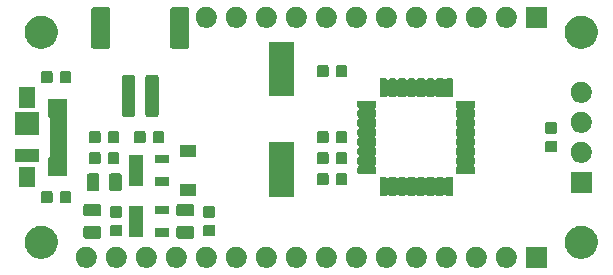
<source format=gts>
G04 #@! TF.GenerationSoftware,KiCad,Pcbnew,(5.1.5)-3*
G04 #@! TF.CreationDate,2020-04-05T19:30:44-04:00*
G04 #@! TF.ProjectId,STM8Feather,53544d38-4665-4617-9468-65722e6b6963,rev?*
G04 #@! TF.SameCoordinates,Original*
G04 #@! TF.FileFunction,Soldermask,Top*
G04 #@! TF.FilePolarity,Negative*
%FSLAX46Y46*%
G04 Gerber Fmt 4.6, Leading zero omitted, Abs format (unit mm)*
G04 Created by KiCad (PCBNEW (5.1.5)-3) date 2020-04-05 19:30:44*
%MOMM*%
%LPD*%
G04 APERTURE LIST*
%ADD10C,0.100000*%
G04 APERTURE END LIST*
D10*
G36*
X70751000Y-47891000D02*
G01*
X68949000Y-47891000D01*
X68949000Y-46089000D01*
X70751000Y-46089000D01*
X70751000Y-47891000D01*
G37*
G36*
X49643512Y-46093927D02*
G01*
X49792812Y-46123624D01*
X49956784Y-46191544D01*
X50104354Y-46290147D01*
X50229853Y-46415646D01*
X50328456Y-46563216D01*
X50396376Y-46727188D01*
X50431000Y-46901259D01*
X50431000Y-47078741D01*
X50396376Y-47252812D01*
X50328456Y-47416784D01*
X50229853Y-47564354D01*
X50104354Y-47689853D01*
X49956784Y-47788456D01*
X49792812Y-47856376D01*
X49643512Y-47886073D01*
X49618742Y-47891000D01*
X49441258Y-47891000D01*
X49416488Y-47886073D01*
X49267188Y-47856376D01*
X49103216Y-47788456D01*
X48955646Y-47689853D01*
X48830147Y-47564354D01*
X48731544Y-47416784D01*
X48663624Y-47252812D01*
X48629000Y-47078741D01*
X48629000Y-46901259D01*
X48663624Y-46727188D01*
X48731544Y-46563216D01*
X48830147Y-46415646D01*
X48955646Y-46290147D01*
X49103216Y-46191544D01*
X49267188Y-46123624D01*
X49416488Y-46093927D01*
X49441258Y-46089000D01*
X49618742Y-46089000D01*
X49643512Y-46093927D01*
G37*
G36*
X31863512Y-46093927D02*
G01*
X32012812Y-46123624D01*
X32176784Y-46191544D01*
X32324354Y-46290147D01*
X32449853Y-46415646D01*
X32548456Y-46563216D01*
X32616376Y-46727188D01*
X32651000Y-46901259D01*
X32651000Y-47078741D01*
X32616376Y-47252812D01*
X32548456Y-47416784D01*
X32449853Y-47564354D01*
X32324354Y-47689853D01*
X32176784Y-47788456D01*
X32012812Y-47856376D01*
X31863512Y-47886073D01*
X31838742Y-47891000D01*
X31661258Y-47891000D01*
X31636488Y-47886073D01*
X31487188Y-47856376D01*
X31323216Y-47788456D01*
X31175646Y-47689853D01*
X31050147Y-47564354D01*
X30951544Y-47416784D01*
X30883624Y-47252812D01*
X30849000Y-47078741D01*
X30849000Y-46901259D01*
X30883624Y-46727188D01*
X30951544Y-46563216D01*
X31050147Y-46415646D01*
X31175646Y-46290147D01*
X31323216Y-46191544D01*
X31487188Y-46123624D01*
X31636488Y-46093927D01*
X31661258Y-46089000D01*
X31838742Y-46089000D01*
X31863512Y-46093927D01*
G37*
G36*
X34403512Y-46093927D02*
G01*
X34552812Y-46123624D01*
X34716784Y-46191544D01*
X34864354Y-46290147D01*
X34989853Y-46415646D01*
X35088456Y-46563216D01*
X35156376Y-46727188D01*
X35191000Y-46901259D01*
X35191000Y-47078741D01*
X35156376Y-47252812D01*
X35088456Y-47416784D01*
X34989853Y-47564354D01*
X34864354Y-47689853D01*
X34716784Y-47788456D01*
X34552812Y-47856376D01*
X34403512Y-47886073D01*
X34378742Y-47891000D01*
X34201258Y-47891000D01*
X34176488Y-47886073D01*
X34027188Y-47856376D01*
X33863216Y-47788456D01*
X33715646Y-47689853D01*
X33590147Y-47564354D01*
X33491544Y-47416784D01*
X33423624Y-47252812D01*
X33389000Y-47078741D01*
X33389000Y-46901259D01*
X33423624Y-46727188D01*
X33491544Y-46563216D01*
X33590147Y-46415646D01*
X33715646Y-46290147D01*
X33863216Y-46191544D01*
X34027188Y-46123624D01*
X34176488Y-46093927D01*
X34201258Y-46089000D01*
X34378742Y-46089000D01*
X34403512Y-46093927D01*
G37*
G36*
X36943512Y-46093927D02*
G01*
X37092812Y-46123624D01*
X37256784Y-46191544D01*
X37404354Y-46290147D01*
X37529853Y-46415646D01*
X37628456Y-46563216D01*
X37696376Y-46727188D01*
X37731000Y-46901259D01*
X37731000Y-47078741D01*
X37696376Y-47252812D01*
X37628456Y-47416784D01*
X37529853Y-47564354D01*
X37404354Y-47689853D01*
X37256784Y-47788456D01*
X37092812Y-47856376D01*
X36943512Y-47886073D01*
X36918742Y-47891000D01*
X36741258Y-47891000D01*
X36716488Y-47886073D01*
X36567188Y-47856376D01*
X36403216Y-47788456D01*
X36255646Y-47689853D01*
X36130147Y-47564354D01*
X36031544Y-47416784D01*
X35963624Y-47252812D01*
X35929000Y-47078741D01*
X35929000Y-46901259D01*
X35963624Y-46727188D01*
X36031544Y-46563216D01*
X36130147Y-46415646D01*
X36255646Y-46290147D01*
X36403216Y-46191544D01*
X36567188Y-46123624D01*
X36716488Y-46093927D01*
X36741258Y-46089000D01*
X36918742Y-46089000D01*
X36943512Y-46093927D01*
G37*
G36*
X39483512Y-46093927D02*
G01*
X39632812Y-46123624D01*
X39796784Y-46191544D01*
X39944354Y-46290147D01*
X40069853Y-46415646D01*
X40168456Y-46563216D01*
X40236376Y-46727188D01*
X40271000Y-46901259D01*
X40271000Y-47078741D01*
X40236376Y-47252812D01*
X40168456Y-47416784D01*
X40069853Y-47564354D01*
X39944354Y-47689853D01*
X39796784Y-47788456D01*
X39632812Y-47856376D01*
X39483512Y-47886073D01*
X39458742Y-47891000D01*
X39281258Y-47891000D01*
X39256488Y-47886073D01*
X39107188Y-47856376D01*
X38943216Y-47788456D01*
X38795646Y-47689853D01*
X38670147Y-47564354D01*
X38571544Y-47416784D01*
X38503624Y-47252812D01*
X38469000Y-47078741D01*
X38469000Y-46901259D01*
X38503624Y-46727188D01*
X38571544Y-46563216D01*
X38670147Y-46415646D01*
X38795646Y-46290147D01*
X38943216Y-46191544D01*
X39107188Y-46123624D01*
X39256488Y-46093927D01*
X39281258Y-46089000D01*
X39458742Y-46089000D01*
X39483512Y-46093927D01*
G37*
G36*
X42023512Y-46093927D02*
G01*
X42172812Y-46123624D01*
X42336784Y-46191544D01*
X42484354Y-46290147D01*
X42609853Y-46415646D01*
X42708456Y-46563216D01*
X42776376Y-46727188D01*
X42811000Y-46901259D01*
X42811000Y-47078741D01*
X42776376Y-47252812D01*
X42708456Y-47416784D01*
X42609853Y-47564354D01*
X42484354Y-47689853D01*
X42336784Y-47788456D01*
X42172812Y-47856376D01*
X42023512Y-47886073D01*
X41998742Y-47891000D01*
X41821258Y-47891000D01*
X41796488Y-47886073D01*
X41647188Y-47856376D01*
X41483216Y-47788456D01*
X41335646Y-47689853D01*
X41210147Y-47564354D01*
X41111544Y-47416784D01*
X41043624Y-47252812D01*
X41009000Y-47078741D01*
X41009000Y-46901259D01*
X41043624Y-46727188D01*
X41111544Y-46563216D01*
X41210147Y-46415646D01*
X41335646Y-46290147D01*
X41483216Y-46191544D01*
X41647188Y-46123624D01*
X41796488Y-46093927D01*
X41821258Y-46089000D01*
X41998742Y-46089000D01*
X42023512Y-46093927D01*
G37*
G36*
X44563512Y-46093927D02*
G01*
X44712812Y-46123624D01*
X44876784Y-46191544D01*
X45024354Y-46290147D01*
X45149853Y-46415646D01*
X45248456Y-46563216D01*
X45316376Y-46727188D01*
X45351000Y-46901259D01*
X45351000Y-47078741D01*
X45316376Y-47252812D01*
X45248456Y-47416784D01*
X45149853Y-47564354D01*
X45024354Y-47689853D01*
X44876784Y-47788456D01*
X44712812Y-47856376D01*
X44563512Y-47886073D01*
X44538742Y-47891000D01*
X44361258Y-47891000D01*
X44336488Y-47886073D01*
X44187188Y-47856376D01*
X44023216Y-47788456D01*
X43875646Y-47689853D01*
X43750147Y-47564354D01*
X43651544Y-47416784D01*
X43583624Y-47252812D01*
X43549000Y-47078741D01*
X43549000Y-46901259D01*
X43583624Y-46727188D01*
X43651544Y-46563216D01*
X43750147Y-46415646D01*
X43875646Y-46290147D01*
X44023216Y-46191544D01*
X44187188Y-46123624D01*
X44336488Y-46093927D01*
X44361258Y-46089000D01*
X44538742Y-46089000D01*
X44563512Y-46093927D01*
G37*
G36*
X47103512Y-46093927D02*
G01*
X47252812Y-46123624D01*
X47416784Y-46191544D01*
X47564354Y-46290147D01*
X47689853Y-46415646D01*
X47788456Y-46563216D01*
X47856376Y-46727188D01*
X47891000Y-46901259D01*
X47891000Y-47078741D01*
X47856376Y-47252812D01*
X47788456Y-47416784D01*
X47689853Y-47564354D01*
X47564354Y-47689853D01*
X47416784Y-47788456D01*
X47252812Y-47856376D01*
X47103512Y-47886073D01*
X47078742Y-47891000D01*
X46901258Y-47891000D01*
X46876488Y-47886073D01*
X46727188Y-47856376D01*
X46563216Y-47788456D01*
X46415646Y-47689853D01*
X46290147Y-47564354D01*
X46191544Y-47416784D01*
X46123624Y-47252812D01*
X46089000Y-47078741D01*
X46089000Y-46901259D01*
X46123624Y-46727188D01*
X46191544Y-46563216D01*
X46290147Y-46415646D01*
X46415646Y-46290147D01*
X46563216Y-46191544D01*
X46727188Y-46123624D01*
X46876488Y-46093927D01*
X46901258Y-46089000D01*
X47078742Y-46089000D01*
X47103512Y-46093927D01*
G37*
G36*
X54723512Y-46093927D02*
G01*
X54872812Y-46123624D01*
X55036784Y-46191544D01*
X55184354Y-46290147D01*
X55309853Y-46415646D01*
X55408456Y-46563216D01*
X55476376Y-46727188D01*
X55511000Y-46901259D01*
X55511000Y-47078741D01*
X55476376Y-47252812D01*
X55408456Y-47416784D01*
X55309853Y-47564354D01*
X55184354Y-47689853D01*
X55036784Y-47788456D01*
X54872812Y-47856376D01*
X54723512Y-47886073D01*
X54698742Y-47891000D01*
X54521258Y-47891000D01*
X54496488Y-47886073D01*
X54347188Y-47856376D01*
X54183216Y-47788456D01*
X54035646Y-47689853D01*
X53910147Y-47564354D01*
X53811544Y-47416784D01*
X53743624Y-47252812D01*
X53709000Y-47078741D01*
X53709000Y-46901259D01*
X53743624Y-46727188D01*
X53811544Y-46563216D01*
X53910147Y-46415646D01*
X54035646Y-46290147D01*
X54183216Y-46191544D01*
X54347188Y-46123624D01*
X54496488Y-46093927D01*
X54521258Y-46089000D01*
X54698742Y-46089000D01*
X54723512Y-46093927D01*
G37*
G36*
X57263512Y-46093927D02*
G01*
X57412812Y-46123624D01*
X57576784Y-46191544D01*
X57724354Y-46290147D01*
X57849853Y-46415646D01*
X57948456Y-46563216D01*
X58016376Y-46727188D01*
X58051000Y-46901259D01*
X58051000Y-47078741D01*
X58016376Y-47252812D01*
X57948456Y-47416784D01*
X57849853Y-47564354D01*
X57724354Y-47689853D01*
X57576784Y-47788456D01*
X57412812Y-47856376D01*
X57263512Y-47886073D01*
X57238742Y-47891000D01*
X57061258Y-47891000D01*
X57036488Y-47886073D01*
X56887188Y-47856376D01*
X56723216Y-47788456D01*
X56575646Y-47689853D01*
X56450147Y-47564354D01*
X56351544Y-47416784D01*
X56283624Y-47252812D01*
X56249000Y-47078741D01*
X56249000Y-46901259D01*
X56283624Y-46727188D01*
X56351544Y-46563216D01*
X56450147Y-46415646D01*
X56575646Y-46290147D01*
X56723216Y-46191544D01*
X56887188Y-46123624D01*
X57036488Y-46093927D01*
X57061258Y-46089000D01*
X57238742Y-46089000D01*
X57263512Y-46093927D01*
G37*
G36*
X59803512Y-46093927D02*
G01*
X59952812Y-46123624D01*
X60116784Y-46191544D01*
X60264354Y-46290147D01*
X60389853Y-46415646D01*
X60488456Y-46563216D01*
X60556376Y-46727188D01*
X60591000Y-46901259D01*
X60591000Y-47078741D01*
X60556376Y-47252812D01*
X60488456Y-47416784D01*
X60389853Y-47564354D01*
X60264354Y-47689853D01*
X60116784Y-47788456D01*
X59952812Y-47856376D01*
X59803512Y-47886073D01*
X59778742Y-47891000D01*
X59601258Y-47891000D01*
X59576488Y-47886073D01*
X59427188Y-47856376D01*
X59263216Y-47788456D01*
X59115646Y-47689853D01*
X58990147Y-47564354D01*
X58891544Y-47416784D01*
X58823624Y-47252812D01*
X58789000Y-47078741D01*
X58789000Y-46901259D01*
X58823624Y-46727188D01*
X58891544Y-46563216D01*
X58990147Y-46415646D01*
X59115646Y-46290147D01*
X59263216Y-46191544D01*
X59427188Y-46123624D01*
X59576488Y-46093927D01*
X59601258Y-46089000D01*
X59778742Y-46089000D01*
X59803512Y-46093927D01*
G37*
G36*
X62343512Y-46093927D02*
G01*
X62492812Y-46123624D01*
X62656784Y-46191544D01*
X62804354Y-46290147D01*
X62929853Y-46415646D01*
X63028456Y-46563216D01*
X63096376Y-46727188D01*
X63131000Y-46901259D01*
X63131000Y-47078741D01*
X63096376Y-47252812D01*
X63028456Y-47416784D01*
X62929853Y-47564354D01*
X62804354Y-47689853D01*
X62656784Y-47788456D01*
X62492812Y-47856376D01*
X62343512Y-47886073D01*
X62318742Y-47891000D01*
X62141258Y-47891000D01*
X62116488Y-47886073D01*
X61967188Y-47856376D01*
X61803216Y-47788456D01*
X61655646Y-47689853D01*
X61530147Y-47564354D01*
X61431544Y-47416784D01*
X61363624Y-47252812D01*
X61329000Y-47078741D01*
X61329000Y-46901259D01*
X61363624Y-46727188D01*
X61431544Y-46563216D01*
X61530147Y-46415646D01*
X61655646Y-46290147D01*
X61803216Y-46191544D01*
X61967188Y-46123624D01*
X62116488Y-46093927D01*
X62141258Y-46089000D01*
X62318742Y-46089000D01*
X62343512Y-46093927D01*
G37*
G36*
X64883512Y-46093927D02*
G01*
X65032812Y-46123624D01*
X65196784Y-46191544D01*
X65344354Y-46290147D01*
X65469853Y-46415646D01*
X65568456Y-46563216D01*
X65636376Y-46727188D01*
X65671000Y-46901259D01*
X65671000Y-47078741D01*
X65636376Y-47252812D01*
X65568456Y-47416784D01*
X65469853Y-47564354D01*
X65344354Y-47689853D01*
X65196784Y-47788456D01*
X65032812Y-47856376D01*
X64883512Y-47886073D01*
X64858742Y-47891000D01*
X64681258Y-47891000D01*
X64656488Y-47886073D01*
X64507188Y-47856376D01*
X64343216Y-47788456D01*
X64195646Y-47689853D01*
X64070147Y-47564354D01*
X63971544Y-47416784D01*
X63903624Y-47252812D01*
X63869000Y-47078741D01*
X63869000Y-46901259D01*
X63903624Y-46727188D01*
X63971544Y-46563216D01*
X64070147Y-46415646D01*
X64195646Y-46290147D01*
X64343216Y-46191544D01*
X64507188Y-46123624D01*
X64656488Y-46093927D01*
X64681258Y-46089000D01*
X64858742Y-46089000D01*
X64883512Y-46093927D01*
G37*
G36*
X67423512Y-46093927D02*
G01*
X67572812Y-46123624D01*
X67736784Y-46191544D01*
X67884354Y-46290147D01*
X68009853Y-46415646D01*
X68108456Y-46563216D01*
X68176376Y-46727188D01*
X68211000Y-46901259D01*
X68211000Y-47078741D01*
X68176376Y-47252812D01*
X68108456Y-47416784D01*
X68009853Y-47564354D01*
X67884354Y-47689853D01*
X67736784Y-47788456D01*
X67572812Y-47856376D01*
X67423512Y-47886073D01*
X67398742Y-47891000D01*
X67221258Y-47891000D01*
X67196488Y-47886073D01*
X67047188Y-47856376D01*
X66883216Y-47788456D01*
X66735646Y-47689853D01*
X66610147Y-47564354D01*
X66511544Y-47416784D01*
X66443624Y-47252812D01*
X66409000Y-47078741D01*
X66409000Y-46901259D01*
X66443624Y-46727188D01*
X66511544Y-46563216D01*
X66610147Y-46415646D01*
X66735646Y-46290147D01*
X66883216Y-46191544D01*
X67047188Y-46123624D01*
X67196488Y-46093927D01*
X67221258Y-46089000D01*
X67398742Y-46089000D01*
X67423512Y-46093927D01*
G37*
G36*
X52183512Y-46093927D02*
G01*
X52332812Y-46123624D01*
X52496784Y-46191544D01*
X52644354Y-46290147D01*
X52769853Y-46415646D01*
X52868456Y-46563216D01*
X52936376Y-46727188D01*
X52971000Y-46901259D01*
X52971000Y-47078741D01*
X52936376Y-47252812D01*
X52868456Y-47416784D01*
X52769853Y-47564354D01*
X52644354Y-47689853D01*
X52496784Y-47788456D01*
X52332812Y-47856376D01*
X52183512Y-47886073D01*
X52158742Y-47891000D01*
X51981258Y-47891000D01*
X51956488Y-47886073D01*
X51807188Y-47856376D01*
X51643216Y-47788456D01*
X51495646Y-47689853D01*
X51370147Y-47564354D01*
X51271544Y-47416784D01*
X51203624Y-47252812D01*
X51169000Y-47078741D01*
X51169000Y-46901259D01*
X51203624Y-46727188D01*
X51271544Y-46563216D01*
X51370147Y-46415646D01*
X51495646Y-46290147D01*
X51643216Y-46191544D01*
X51807188Y-46123624D01*
X51956488Y-46093927D01*
X51981258Y-46089000D01*
X52158742Y-46089000D01*
X52183512Y-46093927D01*
G37*
G36*
X73934601Y-44346174D02*
G01*
X74068657Y-44372839D01*
X74114384Y-44391780D01*
X74323621Y-44478449D01*
X74323622Y-44478450D01*
X74553086Y-44631772D01*
X74748228Y-44826914D01*
X74846340Y-44973750D01*
X74901551Y-45056379D01*
X74960796Y-45199408D01*
X75001774Y-45298337D01*
X75007161Y-45311344D01*
X75061000Y-45582012D01*
X75061000Y-45857988D01*
X75007161Y-46128656D01*
X74901551Y-46383621D01*
X74880152Y-46415647D01*
X74748228Y-46613086D01*
X74553086Y-46808228D01*
X74413856Y-46901258D01*
X74323621Y-46961551D01*
X74174267Y-47023415D01*
X74068657Y-47067161D01*
X73978433Y-47085107D01*
X73797988Y-47121000D01*
X73522012Y-47121000D01*
X73341567Y-47085107D01*
X73251343Y-47067161D01*
X73145733Y-47023415D01*
X72996379Y-46961551D01*
X72906144Y-46901258D01*
X72766914Y-46808228D01*
X72571772Y-46613086D01*
X72439848Y-46415647D01*
X72418449Y-46383621D01*
X72312839Y-46128656D01*
X72259000Y-45857988D01*
X72259000Y-45582012D01*
X72312839Y-45311344D01*
X72318227Y-45298337D01*
X72359204Y-45199408D01*
X72418449Y-45056379D01*
X72473660Y-44973750D01*
X72571772Y-44826914D01*
X72766914Y-44631772D01*
X72996378Y-44478450D01*
X72996379Y-44478449D01*
X73205616Y-44391780D01*
X73251343Y-44372839D01*
X73385399Y-44346174D01*
X73522012Y-44319000D01*
X73797988Y-44319000D01*
X73934601Y-44346174D01*
G37*
G36*
X28214601Y-44346174D02*
G01*
X28348657Y-44372839D01*
X28394384Y-44391780D01*
X28603621Y-44478449D01*
X28603622Y-44478450D01*
X28833086Y-44631772D01*
X29028228Y-44826914D01*
X29126340Y-44973750D01*
X29181551Y-45056379D01*
X29240796Y-45199408D01*
X29281774Y-45298337D01*
X29287161Y-45311344D01*
X29341000Y-45582012D01*
X29341000Y-45857988D01*
X29287161Y-46128656D01*
X29181551Y-46383621D01*
X29160152Y-46415647D01*
X29028228Y-46613086D01*
X28833086Y-46808228D01*
X28693856Y-46901258D01*
X28603621Y-46961551D01*
X28454267Y-47023415D01*
X28348657Y-47067161D01*
X28258433Y-47085107D01*
X28077988Y-47121000D01*
X27802012Y-47121000D01*
X27621567Y-47085107D01*
X27531343Y-47067161D01*
X27425733Y-47023415D01*
X27276379Y-46961551D01*
X27186144Y-46901258D01*
X27046914Y-46808228D01*
X26851772Y-46613086D01*
X26719848Y-46415647D01*
X26698449Y-46383621D01*
X26592839Y-46128656D01*
X26539000Y-45857988D01*
X26539000Y-45582012D01*
X26592839Y-45311344D01*
X26598227Y-45298337D01*
X26639204Y-45199408D01*
X26698449Y-45056379D01*
X26753660Y-44973750D01*
X26851772Y-44826914D01*
X27046914Y-44631772D01*
X27276378Y-44478450D01*
X27276379Y-44478449D01*
X27485616Y-44391780D01*
X27531343Y-44372839D01*
X27665399Y-44346174D01*
X27802012Y-44319000D01*
X28077988Y-44319000D01*
X28214601Y-44346174D01*
G37*
G36*
X32842468Y-44345565D02*
G01*
X32881138Y-44357296D01*
X32916777Y-44376346D01*
X32948017Y-44401983D01*
X32973654Y-44433223D01*
X32992704Y-44468862D01*
X33004435Y-44507532D01*
X33009000Y-44553888D01*
X33009000Y-45205112D01*
X33004435Y-45251468D01*
X32992704Y-45290138D01*
X32973654Y-45325777D01*
X32948017Y-45357017D01*
X32916777Y-45382654D01*
X32881138Y-45401704D01*
X32842468Y-45413435D01*
X32796112Y-45418000D01*
X31719888Y-45418000D01*
X31673532Y-45413435D01*
X31634862Y-45401704D01*
X31599223Y-45382654D01*
X31567983Y-45357017D01*
X31542346Y-45325777D01*
X31523296Y-45290138D01*
X31511565Y-45251468D01*
X31507000Y-45205112D01*
X31507000Y-44553888D01*
X31511565Y-44507532D01*
X31523296Y-44468862D01*
X31542346Y-44433223D01*
X31567983Y-44401983D01*
X31599223Y-44376346D01*
X31634862Y-44357296D01*
X31673532Y-44345565D01*
X31719888Y-44341000D01*
X32796112Y-44341000D01*
X32842468Y-44345565D01*
G37*
G36*
X40716468Y-44345565D02*
G01*
X40755138Y-44357296D01*
X40790777Y-44376346D01*
X40822017Y-44401983D01*
X40847654Y-44433223D01*
X40866704Y-44468862D01*
X40878435Y-44507532D01*
X40883000Y-44553888D01*
X40883000Y-45205112D01*
X40878435Y-45251468D01*
X40866704Y-45290138D01*
X40847654Y-45325777D01*
X40822017Y-45357017D01*
X40790777Y-45382654D01*
X40755138Y-45401704D01*
X40716468Y-45413435D01*
X40670112Y-45418000D01*
X39593888Y-45418000D01*
X39547532Y-45413435D01*
X39508862Y-45401704D01*
X39473223Y-45382654D01*
X39441983Y-45357017D01*
X39416346Y-45325777D01*
X39397296Y-45290138D01*
X39385565Y-45251468D01*
X39381000Y-45205112D01*
X39381000Y-44553888D01*
X39385565Y-44507532D01*
X39397296Y-44468862D01*
X39416346Y-44433223D01*
X39441983Y-44401983D01*
X39473223Y-44376346D01*
X39508862Y-44357296D01*
X39547532Y-44345565D01*
X39593888Y-44341000D01*
X40670112Y-44341000D01*
X40716468Y-44345565D01*
G37*
G36*
X38765000Y-45268000D02*
G01*
X37603000Y-45268000D01*
X37603000Y-44516000D01*
X38765000Y-44516000D01*
X38765000Y-45268000D01*
G37*
G36*
X36565000Y-45268000D02*
G01*
X35403000Y-45268000D01*
X35403000Y-42616000D01*
X36565000Y-42616000D01*
X36565000Y-45268000D01*
G37*
G36*
X42543591Y-44245085D02*
G01*
X42577569Y-44255393D01*
X42608890Y-44272134D01*
X42636339Y-44294661D01*
X42658866Y-44322110D01*
X42675607Y-44353431D01*
X42685915Y-44387409D01*
X42690000Y-44428890D01*
X42690000Y-45030110D01*
X42685915Y-45071591D01*
X42675607Y-45105569D01*
X42658866Y-45136890D01*
X42636339Y-45164339D01*
X42608890Y-45186866D01*
X42577569Y-45203607D01*
X42543591Y-45213915D01*
X42502110Y-45218000D01*
X41825890Y-45218000D01*
X41784409Y-45213915D01*
X41750431Y-45203607D01*
X41719110Y-45186866D01*
X41691661Y-45164339D01*
X41669134Y-45136890D01*
X41652393Y-45105569D01*
X41642085Y-45071591D01*
X41638000Y-45030110D01*
X41638000Y-44428890D01*
X41642085Y-44387409D01*
X41652393Y-44353431D01*
X41669134Y-44322110D01*
X41691661Y-44294661D01*
X41719110Y-44272134D01*
X41750431Y-44255393D01*
X41784409Y-44245085D01*
X41825890Y-44241000D01*
X42502110Y-44241000D01*
X42543591Y-44245085D01*
G37*
G36*
X34669591Y-44245085D02*
G01*
X34703569Y-44255393D01*
X34734890Y-44272134D01*
X34762339Y-44294661D01*
X34784866Y-44322110D01*
X34801607Y-44353431D01*
X34811915Y-44387409D01*
X34816000Y-44428890D01*
X34816000Y-45030110D01*
X34811915Y-45071591D01*
X34801607Y-45105569D01*
X34784866Y-45136890D01*
X34762339Y-45164339D01*
X34734890Y-45186866D01*
X34703569Y-45203607D01*
X34669591Y-45213915D01*
X34628110Y-45218000D01*
X33951890Y-45218000D01*
X33910409Y-45213915D01*
X33876431Y-45203607D01*
X33845110Y-45186866D01*
X33817661Y-45164339D01*
X33795134Y-45136890D01*
X33778393Y-45105569D01*
X33768085Y-45071591D01*
X33764000Y-45030110D01*
X33764000Y-44428890D01*
X33768085Y-44387409D01*
X33778393Y-44353431D01*
X33795134Y-44322110D01*
X33817661Y-44294661D01*
X33845110Y-44272134D01*
X33876431Y-44255393D01*
X33910409Y-44245085D01*
X33951890Y-44241000D01*
X34628110Y-44241000D01*
X34669591Y-44245085D01*
G37*
G36*
X42543591Y-42670085D02*
G01*
X42577569Y-42680393D01*
X42608890Y-42697134D01*
X42636339Y-42719661D01*
X42658866Y-42747110D01*
X42675607Y-42778431D01*
X42685915Y-42812409D01*
X42690000Y-42853890D01*
X42690000Y-43455110D01*
X42685915Y-43496591D01*
X42675607Y-43530569D01*
X42658866Y-43561890D01*
X42636339Y-43589339D01*
X42608890Y-43611866D01*
X42577569Y-43628607D01*
X42543591Y-43638915D01*
X42502110Y-43643000D01*
X41825890Y-43643000D01*
X41784409Y-43638915D01*
X41750431Y-43628607D01*
X41719110Y-43611866D01*
X41691661Y-43589339D01*
X41669134Y-43561890D01*
X41652393Y-43530569D01*
X41642085Y-43496591D01*
X41638000Y-43455110D01*
X41638000Y-42853890D01*
X41642085Y-42812409D01*
X41652393Y-42778431D01*
X41669134Y-42747110D01*
X41691661Y-42719661D01*
X41719110Y-42697134D01*
X41750431Y-42680393D01*
X41784409Y-42670085D01*
X41825890Y-42666000D01*
X42502110Y-42666000D01*
X42543591Y-42670085D01*
G37*
G36*
X34669591Y-42670085D02*
G01*
X34703569Y-42680393D01*
X34734890Y-42697134D01*
X34762339Y-42719661D01*
X34784866Y-42747110D01*
X34801607Y-42778431D01*
X34811915Y-42812409D01*
X34816000Y-42853890D01*
X34816000Y-43455110D01*
X34811915Y-43496591D01*
X34801607Y-43530569D01*
X34784866Y-43561890D01*
X34762339Y-43589339D01*
X34734890Y-43611866D01*
X34703569Y-43628607D01*
X34669591Y-43638915D01*
X34628110Y-43643000D01*
X33951890Y-43643000D01*
X33910409Y-43638915D01*
X33876431Y-43628607D01*
X33845110Y-43611866D01*
X33817661Y-43589339D01*
X33795134Y-43561890D01*
X33778393Y-43530569D01*
X33768085Y-43496591D01*
X33764000Y-43455110D01*
X33764000Y-42853890D01*
X33768085Y-42812409D01*
X33778393Y-42778431D01*
X33795134Y-42747110D01*
X33817661Y-42719661D01*
X33845110Y-42697134D01*
X33876431Y-42680393D01*
X33910409Y-42670085D01*
X33951890Y-42666000D01*
X34628110Y-42666000D01*
X34669591Y-42670085D01*
G37*
G36*
X32842468Y-42470565D02*
G01*
X32881138Y-42482296D01*
X32916777Y-42501346D01*
X32948017Y-42526983D01*
X32973654Y-42558223D01*
X32992704Y-42593862D01*
X33004435Y-42632532D01*
X33009000Y-42678888D01*
X33009000Y-43330112D01*
X33004435Y-43376468D01*
X32992704Y-43415138D01*
X32973654Y-43450777D01*
X32948017Y-43482017D01*
X32916777Y-43507654D01*
X32881138Y-43526704D01*
X32842468Y-43538435D01*
X32796112Y-43543000D01*
X31719888Y-43543000D01*
X31673532Y-43538435D01*
X31634862Y-43526704D01*
X31599223Y-43507654D01*
X31567983Y-43482017D01*
X31542346Y-43450777D01*
X31523296Y-43415138D01*
X31511565Y-43376468D01*
X31507000Y-43330112D01*
X31507000Y-42678888D01*
X31511565Y-42632532D01*
X31523296Y-42593862D01*
X31542346Y-42558223D01*
X31567983Y-42526983D01*
X31599223Y-42501346D01*
X31634862Y-42482296D01*
X31673532Y-42470565D01*
X31719888Y-42466000D01*
X32796112Y-42466000D01*
X32842468Y-42470565D01*
G37*
G36*
X40716468Y-42470565D02*
G01*
X40755138Y-42482296D01*
X40790777Y-42501346D01*
X40822017Y-42526983D01*
X40847654Y-42558223D01*
X40866704Y-42593862D01*
X40878435Y-42632532D01*
X40883000Y-42678888D01*
X40883000Y-43330112D01*
X40878435Y-43376468D01*
X40866704Y-43415138D01*
X40847654Y-43450777D01*
X40822017Y-43482017D01*
X40790777Y-43507654D01*
X40755138Y-43526704D01*
X40716468Y-43538435D01*
X40670112Y-43543000D01*
X39593888Y-43543000D01*
X39547532Y-43538435D01*
X39508862Y-43526704D01*
X39473223Y-43507654D01*
X39441983Y-43482017D01*
X39416346Y-43450777D01*
X39397296Y-43415138D01*
X39385565Y-43376468D01*
X39381000Y-43330112D01*
X39381000Y-42678888D01*
X39385565Y-42632532D01*
X39397296Y-42593862D01*
X39416346Y-42558223D01*
X39441983Y-42526983D01*
X39473223Y-42501346D01*
X39508862Y-42482296D01*
X39547532Y-42470565D01*
X39593888Y-42466000D01*
X40670112Y-42466000D01*
X40716468Y-42470565D01*
G37*
G36*
X38765000Y-43368000D02*
G01*
X37603000Y-43368000D01*
X37603000Y-42616000D01*
X38765000Y-42616000D01*
X38765000Y-43368000D01*
G37*
G36*
X30339591Y-41388085D02*
G01*
X30373569Y-41398393D01*
X30404890Y-41415134D01*
X30432339Y-41437661D01*
X30454866Y-41465110D01*
X30471607Y-41496431D01*
X30481915Y-41530409D01*
X30486000Y-41571890D01*
X30486000Y-42248110D01*
X30481915Y-42289591D01*
X30471607Y-42323569D01*
X30454866Y-42354890D01*
X30432339Y-42382339D01*
X30404890Y-42404866D01*
X30373569Y-42421607D01*
X30339591Y-42431915D01*
X30298110Y-42436000D01*
X29696890Y-42436000D01*
X29655409Y-42431915D01*
X29621431Y-42421607D01*
X29590110Y-42404866D01*
X29562661Y-42382339D01*
X29540134Y-42354890D01*
X29523393Y-42323569D01*
X29513085Y-42289591D01*
X29509000Y-42248110D01*
X29509000Y-41571890D01*
X29513085Y-41530409D01*
X29523393Y-41496431D01*
X29540134Y-41465110D01*
X29562661Y-41437661D01*
X29590110Y-41415134D01*
X29621431Y-41398393D01*
X29655409Y-41388085D01*
X29696890Y-41384000D01*
X30298110Y-41384000D01*
X30339591Y-41388085D01*
G37*
G36*
X28764591Y-41388085D02*
G01*
X28798569Y-41398393D01*
X28829890Y-41415134D01*
X28857339Y-41437661D01*
X28879866Y-41465110D01*
X28896607Y-41496431D01*
X28906915Y-41530409D01*
X28911000Y-41571890D01*
X28911000Y-42248110D01*
X28906915Y-42289591D01*
X28896607Y-42323569D01*
X28879866Y-42354890D01*
X28857339Y-42382339D01*
X28829890Y-42404866D01*
X28798569Y-42421607D01*
X28764591Y-42431915D01*
X28723110Y-42436000D01*
X28121890Y-42436000D01*
X28080409Y-42431915D01*
X28046431Y-42421607D01*
X28015110Y-42404866D01*
X27987661Y-42382339D01*
X27965134Y-42354890D01*
X27948393Y-42323569D01*
X27938085Y-42289591D01*
X27934000Y-42248110D01*
X27934000Y-41571890D01*
X27938085Y-41530409D01*
X27948393Y-41496431D01*
X27965134Y-41465110D01*
X27987661Y-41437661D01*
X28015110Y-41415134D01*
X28046431Y-41398393D01*
X28080409Y-41388085D01*
X28121890Y-41384000D01*
X28723110Y-41384000D01*
X28764591Y-41388085D01*
G37*
G36*
X49311000Y-41857000D02*
G01*
X47209000Y-41857000D01*
X47209000Y-37255000D01*
X49311000Y-37255000D01*
X49311000Y-41857000D01*
G37*
G36*
X57120051Y-40206284D02*
G01*
X57136443Y-40211257D01*
X57151555Y-40219334D01*
X57164798Y-40230202D01*
X57175667Y-40243447D01*
X57179761Y-40251106D01*
X57193374Y-40271480D01*
X57210701Y-40288807D01*
X57231076Y-40302421D01*
X57253714Y-40311798D01*
X57277748Y-40316579D01*
X57302252Y-40316579D01*
X57326285Y-40311799D01*
X57348924Y-40302421D01*
X57369298Y-40288808D01*
X57386625Y-40271481D01*
X57400239Y-40251106D01*
X57404333Y-40243447D01*
X57415202Y-40230202D01*
X57428445Y-40219334D01*
X57443557Y-40211257D01*
X57459949Y-40206284D01*
X57483141Y-40204000D01*
X57896859Y-40204000D01*
X57920051Y-40206284D01*
X57936443Y-40211257D01*
X57951555Y-40219334D01*
X57964798Y-40230202D01*
X57975667Y-40243447D01*
X57979761Y-40251106D01*
X57993374Y-40271480D01*
X58010701Y-40288807D01*
X58031076Y-40302421D01*
X58053714Y-40311798D01*
X58077748Y-40316579D01*
X58102252Y-40316579D01*
X58126285Y-40311799D01*
X58148924Y-40302421D01*
X58169298Y-40288808D01*
X58186625Y-40271481D01*
X58200239Y-40251106D01*
X58204333Y-40243447D01*
X58215202Y-40230202D01*
X58228445Y-40219334D01*
X58243557Y-40211257D01*
X58259949Y-40206284D01*
X58283141Y-40204000D01*
X58696859Y-40204000D01*
X58720051Y-40206284D01*
X58736443Y-40211257D01*
X58751555Y-40219334D01*
X58764798Y-40230202D01*
X58775667Y-40243447D01*
X58779761Y-40251106D01*
X58793374Y-40271480D01*
X58810701Y-40288807D01*
X58831076Y-40302421D01*
X58853714Y-40311798D01*
X58877748Y-40316579D01*
X58902252Y-40316579D01*
X58926285Y-40311799D01*
X58948924Y-40302421D01*
X58969298Y-40288808D01*
X58986625Y-40271481D01*
X59000239Y-40251106D01*
X59004333Y-40243447D01*
X59015202Y-40230202D01*
X59028445Y-40219334D01*
X59043557Y-40211257D01*
X59059949Y-40206284D01*
X59083141Y-40204000D01*
X59496859Y-40204000D01*
X59520051Y-40206284D01*
X59536443Y-40211257D01*
X59551555Y-40219334D01*
X59564798Y-40230202D01*
X59575667Y-40243447D01*
X59579761Y-40251106D01*
X59593374Y-40271480D01*
X59610701Y-40288807D01*
X59631076Y-40302421D01*
X59653714Y-40311798D01*
X59677748Y-40316579D01*
X59702252Y-40316579D01*
X59726285Y-40311799D01*
X59748924Y-40302421D01*
X59769298Y-40288808D01*
X59786625Y-40271481D01*
X59800239Y-40251106D01*
X59804333Y-40243447D01*
X59815202Y-40230202D01*
X59828445Y-40219334D01*
X59843557Y-40211257D01*
X59859949Y-40206284D01*
X59883141Y-40204000D01*
X60296859Y-40204000D01*
X60320051Y-40206284D01*
X60336443Y-40211257D01*
X60351555Y-40219334D01*
X60364798Y-40230202D01*
X60375667Y-40243447D01*
X60379761Y-40251106D01*
X60393374Y-40271480D01*
X60410701Y-40288807D01*
X60431076Y-40302421D01*
X60453714Y-40311798D01*
X60477748Y-40316579D01*
X60502252Y-40316579D01*
X60526285Y-40311799D01*
X60548924Y-40302421D01*
X60569298Y-40288808D01*
X60586625Y-40271481D01*
X60600239Y-40251106D01*
X60604333Y-40243447D01*
X60615202Y-40230202D01*
X60628445Y-40219334D01*
X60643557Y-40211257D01*
X60659949Y-40206284D01*
X60683141Y-40204000D01*
X61096859Y-40204000D01*
X61120051Y-40206284D01*
X61136443Y-40211257D01*
X61151555Y-40219334D01*
X61164798Y-40230202D01*
X61175667Y-40243447D01*
X61179761Y-40251106D01*
X61193374Y-40271480D01*
X61210701Y-40288807D01*
X61231076Y-40302421D01*
X61253714Y-40311798D01*
X61277748Y-40316579D01*
X61302252Y-40316579D01*
X61326285Y-40311799D01*
X61348924Y-40302421D01*
X61369298Y-40288808D01*
X61386625Y-40271481D01*
X61400239Y-40251106D01*
X61404333Y-40243447D01*
X61415202Y-40230202D01*
X61428445Y-40219334D01*
X61443557Y-40211257D01*
X61459949Y-40206284D01*
X61483141Y-40204000D01*
X61896859Y-40204000D01*
X61920051Y-40206284D01*
X61936443Y-40211257D01*
X61951555Y-40219334D01*
X61964798Y-40230202D01*
X61975667Y-40243447D01*
X61979761Y-40251106D01*
X61993374Y-40271480D01*
X62010701Y-40288807D01*
X62031076Y-40302421D01*
X62053714Y-40311798D01*
X62077748Y-40316579D01*
X62102252Y-40316579D01*
X62126285Y-40311799D01*
X62148924Y-40302421D01*
X62169298Y-40288808D01*
X62186625Y-40271481D01*
X62200239Y-40251106D01*
X62204333Y-40243447D01*
X62215202Y-40230202D01*
X62228445Y-40219334D01*
X62243557Y-40211257D01*
X62259949Y-40206284D01*
X62283141Y-40204000D01*
X62696859Y-40204000D01*
X62720051Y-40206284D01*
X62736443Y-40211257D01*
X62751555Y-40219334D01*
X62764798Y-40230202D01*
X62775666Y-40243445D01*
X62783743Y-40258557D01*
X62788716Y-40274949D01*
X62791000Y-40298141D01*
X62791000Y-41711859D01*
X62788716Y-41735051D01*
X62783743Y-41751443D01*
X62775666Y-41766555D01*
X62764798Y-41779798D01*
X62751555Y-41790666D01*
X62736443Y-41798743D01*
X62720051Y-41803716D01*
X62696859Y-41806000D01*
X62283141Y-41806000D01*
X62259949Y-41803716D01*
X62243557Y-41798743D01*
X62228445Y-41790666D01*
X62215202Y-41779798D01*
X62204333Y-41766553D01*
X62200239Y-41758894D01*
X62186626Y-41738520D01*
X62169299Y-41721193D01*
X62148924Y-41707579D01*
X62126286Y-41698202D01*
X62102252Y-41693421D01*
X62077748Y-41693421D01*
X62053715Y-41698201D01*
X62031076Y-41707579D01*
X62010702Y-41721192D01*
X61993375Y-41738519D01*
X61979761Y-41758894D01*
X61975667Y-41766553D01*
X61964798Y-41779798D01*
X61951555Y-41790666D01*
X61936443Y-41798743D01*
X61920051Y-41803716D01*
X61896859Y-41806000D01*
X61483141Y-41806000D01*
X61459949Y-41803716D01*
X61443557Y-41798743D01*
X61428445Y-41790666D01*
X61415202Y-41779798D01*
X61404333Y-41766553D01*
X61400239Y-41758894D01*
X61386626Y-41738520D01*
X61369299Y-41721193D01*
X61348924Y-41707579D01*
X61326286Y-41698202D01*
X61302252Y-41693421D01*
X61277748Y-41693421D01*
X61253715Y-41698201D01*
X61231076Y-41707579D01*
X61210702Y-41721192D01*
X61193375Y-41738519D01*
X61179761Y-41758894D01*
X61175667Y-41766553D01*
X61164798Y-41779798D01*
X61151555Y-41790666D01*
X61136443Y-41798743D01*
X61120051Y-41803716D01*
X61096859Y-41806000D01*
X60683141Y-41806000D01*
X60659949Y-41803716D01*
X60643557Y-41798743D01*
X60628445Y-41790666D01*
X60615202Y-41779798D01*
X60604333Y-41766553D01*
X60600239Y-41758894D01*
X60586626Y-41738520D01*
X60569299Y-41721193D01*
X60548924Y-41707579D01*
X60526286Y-41698202D01*
X60502252Y-41693421D01*
X60477748Y-41693421D01*
X60453715Y-41698201D01*
X60431076Y-41707579D01*
X60410702Y-41721192D01*
X60393375Y-41738519D01*
X60379761Y-41758894D01*
X60375667Y-41766553D01*
X60364798Y-41779798D01*
X60351555Y-41790666D01*
X60336443Y-41798743D01*
X60320051Y-41803716D01*
X60296859Y-41806000D01*
X59883141Y-41806000D01*
X59859949Y-41803716D01*
X59843557Y-41798743D01*
X59828445Y-41790666D01*
X59815202Y-41779798D01*
X59804333Y-41766553D01*
X59800239Y-41758894D01*
X59786626Y-41738520D01*
X59769299Y-41721193D01*
X59748924Y-41707579D01*
X59726286Y-41698202D01*
X59702252Y-41693421D01*
X59677748Y-41693421D01*
X59653715Y-41698201D01*
X59631076Y-41707579D01*
X59610702Y-41721192D01*
X59593375Y-41738519D01*
X59579761Y-41758894D01*
X59575667Y-41766553D01*
X59564798Y-41779798D01*
X59551555Y-41790666D01*
X59536443Y-41798743D01*
X59520051Y-41803716D01*
X59496859Y-41806000D01*
X59083141Y-41806000D01*
X59059949Y-41803716D01*
X59043557Y-41798743D01*
X59028445Y-41790666D01*
X59015202Y-41779798D01*
X59004333Y-41766553D01*
X59000239Y-41758894D01*
X58986626Y-41738520D01*
X58969299Y-41721193D01*
X58948924Y-41707579D01*
X58926286Y-41698202D01*
X58902252Y-41693421D01*
X58877748Y-41693421D01*
X58853715Y-41698201D01*
X58831076Y-41707579D01*
X58810702Y-41721192D01*
X58793375Y-41738519D01*
X58779761Y-41758894D01*
X58775667Y-41766553D01*
X58764798Y-41779798D01*
X58751555Y-41790666D01*
X58736443Y-41798743D01*
X58720051Y-41803716D01*
X58696859Y-41806000D01*
X58283141Y-41806000D01*
X58259949Y-41803716D01*
X58243557Y-41798743D01*
X58228445Y-41790666D01*
X58215202Y-41779798D01*
X58204333Y-41766553D01*
X58200239Y-41758894D01*
X58186626Y-41738520D01*
X58169299Y-41721193D01*
X58148924Y-41707579D01*
X58126286Y-41698202D01*
X58102252Y-41693421D01*
X58077748Y-41693421D01*
X58053715Y-41698201D01*
X58031076Y-41707579D01*
X58010702Y-41721192D01*
X57993375Y-41738519D01*
X57979761Y-41758894D01*
X57975667Y-41766553D01*
X57964798Y-41779798D01*
X57951555Y-41790666D01*
X57936443Y-41798743D01*
X57920051Y-41803716D01*
X57896859Y-41806000D01*
X57483141Y-41806000D01*
X57459949Y-41803716D01*
X57443557Y-41798743D01*
X57428445Y-41790666D01*
X57415202Y-41779798D01*
X57404333Y-41766553D01*
X57400239Y-41758894D01*
X57386626Y-41738520D01*
X57369299Y-41721193D01*
X57348924Y-41707579D01*
X57326286Y-41698202D01*
X57302252Y-41693421D01*
X57277748Y-41693421D01*
X57253715Y-41698201D01*
X57231076Y-41707579D01*
X57210702Y-41721192D01*
X57193375Y-41738519D01*
X57179761Y-41758894D01*
X57175667Y-41766553D01*
X57164798Y-41779798D01*
X57151555Y-41790666D01*
X57136443Y-41798743D01*
X57120051Y-41803716D01*
X57096859Y-41806000D01*
X56683141Y-41806000D01*
X56659949Y-41803716D01*
X56643557Y-41798743D01*
X56628445Y-41790666D01*
X56615202Y-41779798D01*
X56604334Y-41766555D01*
X56596257Y-41751443D01*
X56591284Y-41735051D01*
X56589000Y-41711859D01*
X56589000Y-40298141D01*
X56591284Y-40274949D01*
X56596257Y-40258557D01*
X56604334Y-40243445D01*
X56615202Y-40230202D01*
X56628445Y-40219334D01*
X56643557Y-40211257D01*
X56659949Y-40206284D01*
X56683141Y-40204000D01*
X57096859Y-40204000D01*
X57120051Y-40206284D01*
G37*
G36*
X41037000Y-41775000D02*
G01*
X39735000Y-41775000D01*
X39735000Y-40773000D01*
X41037000Y-40773000D01*
X41037000Y-41775000D01*
G37*
G36*
X74561000Y-41541000D02*
G01*
X72759000Y-41541000D01*
X72759000Y-39739000D01*
X74561000Y-39739000D01*
X74561000Y-41541000D01*
G37*
G36*
X32708468Y-39893565D02*
G01*
X32747138Y-39905296D01*
X32782777Y-39924346D01*
X32814017Y-39949983D01*
X32839654Y-39981223D01*
X32858704Y-40016862D01*
X32870435Y-40055532D01*
X32875000Y-40101888D01*
X32875000Y-41178112D01*
X32870435Y-41224468D01*
X32858704Y-41263138D01*
X32839654Y-41298777D01*
X32814017Y-41330017D01*
X32782777Y-41355654D01*
X32747138Y-41374704D01*
X32708468Y-41386435D01*
X32662112Y-41391000D01*
X32010888Y-41391000D01*
X31964532Y-41386435D01*
X31925862Y-41374704D01*
X31890223Y-41355654D01*
X31858983Y-41330017D01*
X31833346Y-41298777D01*
X31814296Y-41263138D01*
X31802565Y-41224468D01*
X31798000Y-41178112D01*
X31798000Y-40101888D01*
X31802565Y-40055532D01*
X31814296Y-40016862D01*
X31833346Y-39981223D01*
X31858983Y-39949983D01*
X31890223Y-39924346D01*
X31925862Y-39905296D01*
X31964532Y-39893565D01*
X32010888Y-39889000D01*
X32662112Y-39889000D01*
X32708468Y-39893565D01*
G37*
G36*
X34583468Y-39893565D02*
G01*
X34622138Y-39905296D01*
X34657777Y-39924346D01*
X34689017Y-39949983D01*
X34714654Y-39981223D01*
X34733704Y-40016862D01*
X34745435Y-40055532D01*
X34750000Y-40101888D01*
X34750000Y-41178112D01*
X34745435Y-41224468D01*
X34733704Y-41263138D01*
X34714654Y-41298777D01*
X34689017Y-41330017D01*
X34657777Y-41355654D01*
X34622138Y-41374704D01*
X34583468Y-41386435D01*
X34537112Y-41391000D01*
X33885888Y-41391000D01*
X33839532Y-41386435D01*
X33800862Y-41374704D01*
X33765223Y-41355654D01*
X33733983Y-41330017D01*
X33708346Y-41298777D01*
X33689296Y-41263138D01*
X33677565Y-41224468D01*
X33673000Y-41178112D01*
X33673000Y-40101888D01*
X33677565Y-40055532D01*
X33689296Y-40016862D01*
X33708346Y-39981223D01*
X33733983Y-39949983D01*
X33765223Y-39924346D01*
X33800862Y-39905296D01*
X33839532Y-39893565D01*
X33885888Y-39889000D01*
X34537112Y-39889000D01*
X34583468Y-39893565D01*
G37*
G36*
X27441000Y-41081000D02*
G01*
X26039000Y-41081000D01*
X26039000Y-39329000D01*
X27441000Y-39329000D01*
X27441000Y-41081000D01*
G37*
G36*
X36565000Y-40950000D02*
G01*
X35403000Y-40950000D01*
X35403000Y-38298000D01*
X36565000Y-38298000D01*
X36565000Y-40950000D01*
G37*
G36*
X38765000Y-40950000D02*
G01*
X37603000Y-40950000D01*
X37603000Y-40198000D01*
X38765000Y-40198000D01*
X38765000Y-40950000D01*
G37*
G36*
X53707591Y-39864085D02*
G01*
X53741569Y-39874393D01*
X53772890Y-39891134D01*
X53800339Y-39913661D01*
X53822866Y-39941110D01*
X53839607Y-39972431D01*
X53849915Y-40006409D01*
X53854000Y-40047890D01*
X53854000Y-40724110D01*
X53849915Y-40765591D01*
X53839607Y-40799569D01*
X53822866Y-40830890D01*
X53800339Y-40858339D01*
X53772890Y-40880866D01*
X53741569Y-40897607D01*
X53707591Y-40907915D01*
X53666110Y-40912000D01*
X53064890Y-40912000D01*
X53023409Y-40907915D01*
X52989431Y-40897607D01*
X52958110Y-40880866D01*
X52930661Y-40858339D01*
X52908134Y-40830890D01*
X52891393Y-40799569D01*
X52881085Y-40765591D01*
X52877000Y-40724110D01*
X52877000Y-40047890D01*
X52881085Y-40006409D01*
X52891393Y-39972431D01*
X52908134Y-39941110D01*
X52930661Y-39913661D01*
X52958110Y-39891134D01*
X52989431Y-39874393D01*
X53023409Y-39864085D01*
X53064890Y-39860000D01*
X53666110Y-39860000D01*
X53707591Y-39864085D01*
G37*
G36*
X52132591Y-39864085D02*
G01*
X52166569Y-39874393D01*
X52197890Y-39891134D01*
X52225339Y-39913661D01*
X52247866Y-39941110D01*
X52264607Y-39972431D01*
X52274915Y-40006409D01*
X52279000Y-40047890D01*
X52279000Y-40724110D01*
X52274915Y-40765591D01*
X52264607Y-40799569D01*
X52247866Y-40830890D01*
X52225339Y-40858339D01*
X52197890Y-40880866D01*
X52166569Y-40897607D01*
X52132591Y-40907915D01*
X52091110Y-40912000D01*
X51489890Y-40912000D01*
X51448409Y-40907915D01*
X51414431Y-40897607D01*
X51383110Y-40880866D01*
X51355661Y-40858339D01*
X51333134Y-40830890D01*
X51316393Y-40799569D01*
X51306085Y-40765591D01*
X51302000Y-40724110D01*
X51302000Y-40047890D01*
X51306085Y-40006409D01*
X51316393Y-39972431D01*
X51333134Y-39941110D01*
X51355661Y-39913661D01*
X51383110Y-39891134D01*
X51414431Y-39874393D01*
X51448409Y-39864085D01*
X51489890Y-39860000D01*
X52091110Y-39860000D01*
X52132591Y-39864085D01*
G37*
G36*
X30141000Y-40081000D02*
G01*
X28489000Y-40081000D01*
X28489000Y-38554000D01*
X28534001Y-38554000D01*
X28558387Y-38551598D01*
X28581836Y-38544485D01*
X28603447Y-38532934D01*
X28622389Y-38517389D01*
X28637934Y-38498447D01*
X28649485Y-38476836D01*
X28656598Y-38453387D01*
X28659000Y-38429001D01*
X28659000Y-35230999D01*
X28656598Y-35206613D01*
X28649485Y-35183164D01*
X28637934Y-35161553D01*
X28622389Y-35142611D01*
X28603447Y-35127066D01*
X28581836Y-35115515D01*
X28558387Y-35108402D01*
X28534001Y-35106000D01*
X28489000Y-35106000D01*
X28489000Y-33579000D01*
X30141000Y-33579000D01*
X30141000Y-40081000D01*
G37*
G36*
X64595051Y-33731284D02*
G01*
X64611443Y-33736257D01*
X64626555Y-33744334D01*
X64639798Y-33755202D01*
X64650666Y-33768445D01*
X64658743Y-33783557D01*
X64663716Y-33799949D01*
X64666000Y-33823141D01*
X64666000Y-34236859D01*
X64663716Y-34260051D01*
X64658743Y-34276443D01*
X64650666Y-34291555D01*
X64639798Y-34304798D01*
X64626553Y-34315667D01*
X64618894Y-34319761D01*
X64598520Y-34333374D01*
X64581193Y-34350701D01*
X64567579Y-34371076D01*
X64558202Y-34393714D01*
X64553421Y-34417748D01*
X64553421Y-34442252D01*
X64558201Y-34466285D01*
X64567579Y-34488924D01*
X64581192Y-34509298D01*
X64598519Y-34526625D01*
X64618894Y-34540239D01*
X64626553Y-34544333D01*
X64639798Y-34555202D01*
X64650666Y-34568445D01*
X64658743Y-34583557D01*
X64663716Y-34599949D01*
X64666000Y-34623141D01*
X64666000Y-35036859D01*
X64663716Y-35060051D01*
X64658743Y-35076443D01*
X64650666Y-35091555D01*
X64639798Y-35104798D01*
X64626553Y-35115667D01*
X64618894Y-35119761D01*
X64598520Y-35133374D01*
X64581193Y-35150701D01*
X64567579Y-35171076D01*
X64558202Y-35193714D01*
X64553421Y-35217748D01*
X64553421Y-35242252D01*
X64558201Y-35266285D01*
X64567579Y-35288924D01*
X64581192Y-35309298D01*
X64598519Y-35326625D01*
X64618894Y-35340239D01*
X64626553Y-35344333D01*
X64639798Y-35355202D01*
X64650666Y-35368445D01*
X64658743Y-35383557D01*
X64663716Y-35399949D01*
X64666000Y-35423141D01*
X64666000Y-35836859D01*
X64663716Y-35860051D01*
X64658743Y-35876443D01*
X64650666Y-35891555D01*
X64639798Y-35904798D01*
X64626553Y-35915667D01*
X64618894Y-35919761D01*
X64598520Y-35933374D01*
X64581193Y-35950701D01*
X64567579Y-35971076D01*
X64558202Y-35993714D01*
X64553421Y-36017748D01*
X64553421Y-36042252D01*
X64558201Y-36066285D01*
X64567579Y-36088924D01*
X64581192Y-36109298D01*
X64598519Y-36126625D01*
X64618894Y-36140239D01*
X64626553Y-36144333D01*
X64639798Y-36155202D01*
X64650666Y-36168445D01*
X64658743Y-36183557D01*
X64663716Y-36199949D01*
X64666000Y-36223141D01*
X64666000Y-36636859D01*
X64663716Y-36660051D01*
X64658743Y-36676443D01*
X64650666Y-36691555D01*
X64639798Y-36704798D01*
X64626553Y-36715667D01*
X64618894Y-36719761D01*
X64598520Y-36733374D01*
X64581193Y-36750701D01*
X64567579Y-36771076D01*
X64558202Y-36793714D01*
X64553421Y-36817748D01*
X64553421Y-36842252D01*
X64558201Y-36866285D01*
X64567579Y-36888924D01*
X64581192Y-36909298D01*
X64598519Y-36926625D01*
X64618894Y-36940239D01*
X64626553Y-36944333D01*
X64639798Y-36955202D01*
X64650666Y-36968445D01*
X64658743Y-36983557D01*
X64663716Y-36999949D01*
X64666000Y-37023141D01*
X64666000Y-37436859D01*
X64663716Y-37460051D01*
X64658743Y-37476443D01*
X64650666Y-37491555D01*
X64639798Y-37504798D01*
X64626553Y-37515667D01*
X64618894Y-37519761D01*
X64598520Y-37533374D01*
X64581193Y-37550701D01*
X64567579Y-37571076D01*
X64558202Y-37593714D01*
X64553421Y-37617748D01*
X64553421Y-37642252D01*
X64558201Y-37666285D01*
X64567579Y-37688924D01*
X64581192Y-37709298D01*
X64598519Y-37726625D01*
X64618894Y-37740239D01*
X64626553Y-37744333D01*
X64639798Y-37755202D01*
X64650666Y-37768445D01*
X64658743Y-37783557D01*
X64663716Y-37799949D01*
X64666000Y-37823141D01*
X64666000Y-38236859D01*
X64663716Y-38260051D01*
X64658743Y-38276443D01*
X64650666Y-38291555D01*
X64639798Y-38304798D01*
X64626553Y-38315667D01*
X64618894Y-38319761D01*
X64598520Y-38333374D01*
X64581193Y-38350701D01*
X64567579Y-38371076D01*
X64558202Y-38393714D01*
X64553421Y-38417748D01*
X64553421Y-38442252D01*
X64558201Y-38466285D01*
X64567579Y-38488924D01*
X64581192Y-38509298D01*
X64598519Y-38526625D01*
X64618894Y-38540239D01*
X64626553Y-38544333D01*
X64639798Y-38555202D01*
X64650666Y-38568445D01*
X64658743Y-38583557D01*
X64663716Y-38599949D01*
X64666000Y-38623141D01*
X64666000Y-39036859D01*
X64663716Y-39060051D01*
X64658743Y-39076443D01*
X64650666Y-39091555D01*
X64639798Y-39104798D01*
X64626553Y-39115667D01*
X64618894Y-39119761D01*
X64598520Y-39133374D01*
X64581193Y-39150701D01*
X64567579Y-39171076D01*
X64558202Y-39193714D01*
X64553421Y-39217748D01*
X64553421Y-39242252D01*
X64558201Y-39266285D01*
X64567579Y-39288924D01*
X64581192Y-39309298D01*
X64598519Y-39326625D01*
X64618894Y-39340239D01*
X64626553Y-39344333D01*
X64639798Y-39355202D01*
X64650666Y-39368445D01*
X64658743Y-39383557D01*
X64663716Y-39399949D01*
X64666000Y-39423141D01*
X64666000Y-39836859D01*
X64663716Y-39860051D01*
X64658743Y-39876443D01*
X64650666Y-39891555D01*
X64639798Y-39904798D01*
X64626555Y-39915666D01*
X64611443Y-39923743D01*
X64595051Y-39928716D01*
X64571859Y-39931000D01*
X63158141Y-39931000D01*
X63134949Y-39928716D01*
X63118557Y-39923743D01*
X63103445Y-39915666D01*
X63090202Y-39904798D01*
X63079334Y-39891555D01*
X63071257Y-39876443D01*
X63066284Y-39860051D01*
X63064000Y-39836859D01*
X63064000Y-39423141D01*
X63066284Y-39399949D01*
X63071257Y-39383557D01*
X63079334Y-39368445D01*
X63090202Y-39355202D01*
X63103447Y-39344333D01*
X63111106Y-39340239D01*
X63131480Y-39326626D01*
X63148807Y-39309299D01*
X63162421Y-39288924D01*
X63171798Y-39266286D01*
X63176579Y-39242252D01*
X63176579Y-39217748D01*
X63171799Y-39193715D01*
X63162421Y-39171076D01*
X63148808Y-39150702D01*
X63131481Y-39133375D01*
X63111106Y-39119761D01*
X63103447Y-39115667D01*
X63090202Y-39104798D01*
X63079334Y-39091555D01*
X63071257Y-39076443D01*
X63066284Y-39060051D01*
X63064000Y-39036859D01*
X63064000Y-38623141D01*
X63066284Y-38599949D01*
X63071257Y-38583557D01*
X63079334Y-38568445D01*
X63090202Y-38555202D01*
X63103447Y-38544333D01*
X63111106Y-38540239D01*
X63131480Y-38526626D01*
X63148807Y-38509299D01*
X63162421Y-38488924D01*
X63171798Y-38466286D01*
X63176579Y-38442252D01*
X63176579Y-38417748D01*
X63171799Y-38393715D01*
X63162421Y-38371076D01*
X63148808Y-38350702D01*
X63131481Y-38333375D01*
X63111106Y-38319761D01*
X63103447Y-38315667D01*
X63090202Y-38304798D01*
X63079334Y-38291555D01*
X63071257Y-38276443D01*
X63066284Y-38260051D01*
X63064000Y-38236859D01*
X63064000Y-37823141D01*
X63066284Y-37799949D01*
X63071257Y-37783557D01*
X63079334Y-37768445D01*
X63090202Y-37755202D01*
X63103447Y-37744333D01*
X63111106Y-37740239D01*
X63131480Y-37726626D01*
X63148807Y-37709299D01*
X63162421Y-37688924D01*
X63171798Y-37666286D01*
X63176579Y-37642252D01*
X63176579Y-37617748D01*
X63171799Y-37593715D01*
X63162421Y-37571076D01*
X63148808Y-37550702D01*
X63131481Y-37533375D01*
X63111106Y-37519761D01*
X63103447Y-37515667D01*
X63090202Y-37504798D01*
X63079334Y-37491555D01*
X63071257Y-37476443D01*
X63066284Y-37460051D01*
X63064000Y-37436859D01*
X63064000Y-37023141D01*
X63066284Y-36999949D01*
X63071257Y-36983557D01*
X63079334Y-36968445D01*
X63090202Y-36955202D01*
X63103447Y-36944333D01*
X63111106Y-36940239D01*
X63131480Y-36926626D01*
X63148807Y-36909299D01*
X63162421Y-36888924D01*
X63171798Y-36866286D01*
X63176579Y-36842252D01*
X63176579Y-36817748D01*
X63171799Y-36793715D01*
X63162421Y-36771076D01*
X63148808Y-36750702D01*
X63131481Y-36733375D01*
X63111106Y-36719761D01*
X63103447Y-36715667D01*
X63090202Y-36704798D01*
X63079334Y-36691555D01*
X63071257Y-36676443D01*
X63066284Y-36660051D01*
X63064000Y-36636859D01*
X63064000Y-36223141D01*
X63066284Y-36199949D01*
X63071257Y-36183557D01*
X63079334Y-36168445D01*
X63090202Y-36155202D01*
X63103447Y-36144333D01*
X63111106Y-36140239D01*
X63131480Y-36126626D01*
X63148807Y-36109299D01*
X63162421Y-36088924D01*
X63171798Y-36066286D01*
X63176579Y-36042252D01*
X63176579Y-36017748D01*
X63171799Y-35993715D01*
X63162421Y-35971076D01*
X63148808Y-35950702D01*
X63131481Y-35933375D01*
X63111106Y-35919761D01*
X63103447Y-35915667D01*
X63090202Y-35904798D01*
X63079334Y-35891555D01*
X63071257Y-35876443D01*
X63066284Y-35860051D01*
X63064000Y-35836859D01*
X63064000Y-35423141D01*
X63066284Y-35399949D01*
X63071257Y-35383557D01*
X63079334Y-35368445D01*
X63090202Y-35355202D01*
X63103447Y-35344333D01*
X63111106Y-35340239D01*
X63131480Y-35326626D01*
X63148807Y-35309299D01*
X63162421Y-35288924D01*
X63171798Y-35266286D01*
X63176579Y-35242252D01*
X63176579Y-35217748D01*
X63171799Y-35193715D01*
X63162421Y-35171076D01*
X63148808Y-35150702D01*
X63131481Y-35133375D01*
X63111106Y-35119761D01*
X63103447Y-35115667D01*
X63090202Y-35104798D01*
X63079334Y-35091555D01*
X63071257Y-35076443D01*
X63066284Y-35060051D01*
X63064000Y-35036859D01*
X63064000Y-34623141D01*
X63066284Y-34599949D01*
X63071257Y-34583557D01*
X63079334Y-34568445D01*
X63090202Y-34555202D01*
X63103447Y-34544333D01*
X63111106Y-34540239D01*
X63131480Y-34526626D01*
X63148807Y-34509299D01*
X63162421Y-34488924D01*
X63171798Y-34466286D01*
X63176579Y-34442252D01*
X63176579Y-34417748D01*
X63171799Y-34393715D01*
X63162421Y-34371076D01*
X63148808Y-34350702D01*
X63131481Y-34333375D01*
X63111106Y-34319761D01*
X63103447Y-34315667D01*
X63090202Y-34304798D01*
X63079334Y-34291555D01*
X63071257Y-34276443D01*
X63066284Y-34260051D01*
X63064000Y-34236859D01*
X63064000Y-33823141D01*
X63066284Y-33799949D01*
X63071257Y-33783557D01*
X63079334Y-33768445D01*
X63090202Y-33755202D01*
X63103445Y-33744334D01*
X63118557Y-33736257D01*
X63134949Y-33731284D01*
X63158141Y-33729000D01*
X64571859Y-33729000D01*
X64595051Y-33731284D01*
G37*
G36*
X56245051Y-33731284D02*
G01*
X56261443Y-33736257D01*
X56276555Y-33744334D01*
X56289798Y-33755202D01*
X56300666Y-33768445D01*
X56308743Y-33783557D01*
X56313716Y-33799949D01*
X56316000Y-33823141D01*
X56316000Y-34236859D01*
X56313716Y-34260051D01*
X56308743Y-34276443D01*
X56300666Y-34291555D01*
X56289798Y-34304798D01*
X56276553Y-34315667D01*
X56268894Y-34319761D01*
X56248520Y-34333374D01*
X56231193Y-34350701D01*
X56217579Y-34371076D01*
X56208202Y-34393714D01*
X56203421Y-34417748D01*
X56203421Y-34442252D01*
X56208201Y-34466285D01*
X56217579Y-34488924D01*
X56231192Y-34509298D01*
X56248519Y-34526625D01*
X56268894Y-34540239D01*
X56276553Y-34544333D01*
X56289798Y-34555202D01*
X56300666Y-34568445D01*
X56308743Y-34583557D01*
X56313716Y-34599949D01*
X56316000Y-34623141D01*
X56316000Y-35036859D01*
X56313716Y-35060051D01*
X56308743Y-35076443D01*
X56300666Y-35091555D01*
X56289798Y-35104798D01*
X56276553Y-35115667D01*
X56268894Y-35119761D01*
X56248520Y-35133374D01*
X56231193Y-35150701D01*
X56217579Y-35171076D01*
X56208202Y-35193714D01*
X56203421Y-35217748D01*
X56203421Y-35242252D01*
X56208201Y-35266285D01*
X56217579Y-35288924D01*
X56231192Y-35309298D01*
X56248519Y-35326625D01*
X56268894Y-35340239D01*
X56276553Y-35344333D01*
X56289798Y-35355202D01*
X56300666Y-35368445D01*
X56308743Y-35383557D01*
X56313716Y-35399949D01*
X56316000Y-35423141D01*
X56316000Y-35836859D01*
X56313716Y-35860051D01*
X56308743Y-35876443D01*
X56300666Y-35891555D01*
X56289798Y-35904798D01*
X56276553Y-35915667D01*
X56268894Y-35919761D01*
X56248520Y-35933374D01*
X56231193Y-35950701D01*
X56217579Y-35971076D01*
X56208202Y-35993714D01*
X56203421Y-36017748D01*
X56203421Y-36042252D01*
X56208201Y-36066285D01*
X56217579Y-36088924D01*
X56231192Y-36109298D01*
X56248519Y-36126625D01*
X56268894Y-36140239D01*
X56276553Y-36144333D01*
X56289798Y-36155202D01*
X56300666Y-36168445D01*
X56308743Y-36183557D01*
X56313716Y-36199949D01*
X56316000Y-36223141D01*
X56316000Y-36636859D01*
X56313716Y-36660051D01*
X56308743Y-36676443D01*
X56300666Y-36691555D01*
X56289798Y-36704798D01*
X56276553Y-36715667D01*
X56268894Y-36719761D01*
X56248520Y-36733374D01*
X56231193Y-36750701D01*
X56217579Y-36771076D01*
X56208202Y-36793714D01*
X56203421Y-36817748D01*
X56203421Y-36842252D01*
X56208201Y-36866285D01*
X56217579Y-36888924D01*
X56231192Y-36909298D01*
X56248519Y-36926625D01*
X56268894Y-36940239D01*
X56276553Y-36944333D01*
X56289798Y-36955202D01*
X56300666Y-36968445D01*
X56308743Y-36983557D01*
X56313716Y-36999949D01*
X56316000Y-37023141D01*
X56316000Y-37436859D01*
X56313716Y-37460051D01*
X56308743Y-37476443D01*
X56300666Y-37491555D01*
X56289798Y-37504798D01*
X56276553Y-37515667D01*
X56268894Y-37519761D01*
X56248520Y-37533374D01*
X56231193Y-37550701D01*
X56217579Y-37571076D01*
X56208202Y-37593714D01*
X56203421Y-37617748D01*
X56203421Y-37642252D01*
X56208201Y-37666285D01*
X56217579Y-37688924D01*
X56231192Y-37709298D01*
X56248519Y-37726625D01*
X56268894Y-37740239D01*
X56276553Y-37744333D01*
X56289798Y-37755202D01*
X56300666Y-37768445D01*
X56308743Y-37783557D01*
X56313716Y-37799949D01*
X56316000Y-37823141D01*
X56316000Y-38236859D01*
X56313716Y-38260051D01*
X56308743Y-38276443D01*
X56300666Y-38291555D01*
X56289798Y-38304798D01*
X56276553Y-38315667D01*
X56268894Y-38319761D01*
X56248520Y-38333374D01*
X56231193Y-38350701D01*
X56217579Y-38371076D01*
X56208202Y-38393714D01*
X56203421Y-38417748D01*
X56203421Y-38442252D01*
X56208201Y-38466285D01*
X56217579Y-38488924D01*
X56231192Y-38509298D01*
X56248519Y-38526625D01*
X56268894Y-38540239D01*
X56276553Y-38544333D01*
X56289798Y-38555202D01*
X56300666Y-38568445D01*
X56308743Y-38583557D01*
X56313716Y-38599949D01*
X56316000Y-38623141D01*
X56316000Y-39036859D01*
X56313716Y-39060051D01*
X56308743Y-39076443D01*
X56300666Y-39091555D01*
X56289798Y-39104798D01*
X56276553Y-39115667D01*
X56268894Y-39119761D01*
X56248520Y-39133374D01*
X56231193Y-39150701D01*
X56217579Y-39171076D01*
X56208202Y-39193714D01*
X56203421Y-39217748D01*
X56203421Y-39242252D01*
X56208201Y-39266285D01*
X56217579Y-39288924D01*
X56231192Y-39309298D01*
X56248519Y-39326625D01*
X56268894Y-39340239D01*
X56276553Y-39344333D01*
X56289798Y-39355202D01*
X56300666Y-39368445D01*
X56308743Y-39383557D01*
X56313716Y-39399949D01*
X56316000Y-39423141D01*
X56316000Y-39836859D01*
X56313716Y-39860051D01*
X56308743Y-39876443D01*
X56300666Y-39891555D01*
X56289798Y-39904798D01*
X56276555Y-39915666D01*
X56261443Y-39923743D01*
X56245051Y-39928716D01*
X56221859Y-39931000D01*
X54808141Y-39931000D01*
X54784949Y-39928716D01*
X54768557Y-39923743D01*
X54753445Y-39915666D01*
X54740202Y-39904798D01*
X54729334Y-39891555D01*
X54721257Y-39876443D01*
X54716284Y-39860051D01*
X54714000Y-39836859D01*
X54714000Y-39423141D01*
X54716284Y-39399949D01*
X54721257Y-39383557D01*
X54729334Y-39368445D01*
X54740202Y-39355202D01*
X54753447Y-39344333D01*
X54761106Y-39340239D01*
X54781480Y-39326626D01*
X54798807Y-39309299D01*
X54812421Y-39288924D01*
X54821798Y-39266286D01*
X54826579Y-39242252D01*
X54826579Y-39217748D01*
X54821799Y-39193715D01*
X54812421Y-39171076D01*
X54798808Y-39150702D01*
X54781481Y-39133375D01*
X54761106Y-39119761D01*
X54753447Y-39115667D01*
X54740202Y-39104798D01*
X54729334Y-39091555D01*
X54721257Y-39076443D01*
X54716284Y-39060051D01*
X54714000Y-39036859D01*
X54714000Y-38623141D01*
X54716284Y-38599949D01*
X54721257Y-38583557D01*
X54729334Y-38568445D01*
X54740202Y-38555202D01*
X54753447Y-38544333D01*
X54761106Y-38540239D01*
X54781480Y-38526626D01*
X54798807Y-38509299D01*
X54812421Y-38488924D01*
X54821798Y-38466286D01*
X54826579Y-38442252D01*
X54826579Y-38417748D01*
X54821799Y-38393715D01*
X54812421Y-38371076D01*
X54798808Y-38350702D01*
X54781481Y-38333375D01*
X54761106Y-38319761D01*
X54753447Y-38315667D01*
X54740202Y-38304798D01*
X54729334Y-38291555D01*
X54721257Y-38276443D01*
X54716284Y-38260051D01*
X54714000Y-38236859D01*
X54714000Y-37823141D01*
X54716284Y-37799949D01*
X54721257Y-37783557D01*
X54729334Y-37768445D01*
X54740202Y-37755202D01*
X54753447Y-37744333D01*
X54761106Y-37740239D01*
X54781480Y-37726626D01*
X54798807Y-37709299D01*
X54812421Y-37688924D01*
X54821798Y-37666286D01*
X54826579Y-37642252D01*
X54826579Y-37617748D01*
X54821799Y-37593715D01*
X54812421Y-37571076D01*
X54798808Y-37550702D01*
X54781481Y-37533375D01*
X54761106Y-37519761D01*
X54753447Y-37515667D01*
X54740202Y-37504798D01*
X54729334Y-37491555D01*
X54721257Y-37476443D01*
X54716284Y-37460051D01*
X54714000Y-37436859D01*
X54714000Y-37023141D01*
X54716284Y-36999949D01*
X54721257Y-36983557D01*
X54729334Y-36968445D01*
X54740202Y-36955202D01*
X54753447Y-36944333D01*
X54761106Y-36940239D01*
X54781480Y-36926626D01*
X54798807Y-36909299D01*
X54812421Y-36888924D01*
X54821798Y-36866286D01*
X54826579Y-36842252D01*
X54826579Y-36817748D01*
X54821799Y-36793715D01*
X54812421Y-36771076D01*
X54798808Y-36750702D01*
X54781481Y-36733375D01*
X54761106Y-36719761D01*
X54753447Y-36715667D01*
X54740202Y-36704798D01*
X54729334Y-36691555D01*
X54721257Y-36676443D01*
X54716284Y-36660051D01*
X54714000Y-36636859D01*
X54714000Y-36223141D01*
X54716284Y-36199949D01*
X54721257Y-36183557D01*
X54729334Y-36168445D01*
X54740202Y-36155202D01*
X54753447Y-36144333D01*
X54761106Y-36140239D01*
X54781480Y-36126626D01*
X54798807Y-36109299D01*
X54812421Y-36088924D01*
X54821798Y-36066286D01*
X54826579Y-36042252D01*
X54826579Y-36017748D01*
X54821799Y-35993715D01*
X54812421Y-35971076D01*
X54798808Y-35950702D01*
X54781481Y-35933375D01*
X54761106Y-35919761D01*
X54753447Y-35915667D01*
X54740202Y-35904798D01*
X54729334Y-35891555D01*
X54721257Y-35876443D01*
X54716284Y-35860051D01*
X54714000Y-35836859D01*
X54714000Y-35423141D01*
X54716284Y-35399949D01*
X54721257Y-35383557D01*
X54729334Y-35368445D01*
X54740202Y-35355202D01*
X54753447Y-35344333D01*
X54761106Y-35340239D01*
X54781480Y-35326626D01*
X54798807Y-35309299D01*
X54812421Y-35288924D01*
X54821798Y-35266286D01*
X54826579Y-35242252D01*
X54826579Y-35217748D01*
X54821799Y-35193715D01*
X54812421Y-35171076D01*
X54798808Y-35150702D01*
X54781481Y-35133375D01*
X54761106Y-35119761D01*
X54753447Y-35115667D01*
X54740202Y-35104798D01*
X54729334Y-35091555D01*
X54721257Y-35076443D01*
X54716284Y-35060051D01*
X54714000Y-35036859D01*
X54714000Y-34623141D01*
X54716284Y-34599949D01*
X54721257Y-34583557D01*
X54729334Y-34568445D01*
X54740202Y-34555202D01*
X54753447Y-34544333D01*
X54761106Y-34540239D01*
X54781480Y-34526626D01*
X54798807Y-34509299D01*
X54812421Y-34488924D01*
X54821798Y-34466286D01*
X54826579Y-34442252D01*
X54826579Y-34417748D01*
X54821799Y-34393715D01*
X54812421Y-34371076D01*
X54798808Y-34350702D01*
X54781481Y-34333375D01*
X54761106Y-34319761D01*
X54753447Y-34315667D01*
X54740202Y-34304798D01*
X54729334Y-34291555D01*
X54721257Y-34276443D01*
X54716284Y-34260051D01*
X54714000Y-34236859D01*
X54714000Y-33823141D01*
X54716284Y-33799949D01*
X54721257Y-33783557D01*
X54729334Y-33768445D01*
X54740202Y-33755202D01*
X54753445Y-33744334D01*
X54768557Y-33736257D01*
X54784949Y-33731284D01*
X54808141Y-33729000D01*
X56221859Y-33729000D01*
X56245051Y-33731284D01*
G37*
G36*
X34403591Y-38086085D02*
G01*
X34437569Y-38096393D01*
X34468890Y-38113134D01*
X34496339Y-38135661D01*
X34518866Y-38163110D01*
X34535607Y-38194431D01*
X34545915Y-38228409D01*
X34550000Y-38269890D01*
X34550000Y-38946110D01*
X34545915Y-38987591D01*
X34535607Y-39021569D01*
X34518866Y-39052890D01*
X34496339Y-39080339D01*
X34468890Y-39102866D01*
X34437569Y-39119607D01*
X34403591Y-39129915D01*
X34362110Y-39134000D01*
X33760890Y-39134000D01*
X33719409Y-39129915D01*
X33685431Y-39119607D01*
X33654110Y-39102866D01*
X33626661Y-39080339D01*
X33604134Y-39052890D01*
X33587393Y-39021569D01*
X33577085Y-38987591D01*
X33573000Y-38946110D01*
X33573000Y-38269890D01*
X33577085Y-38228409D01*
X33587393Y-38194431D01*
X33604134Y-38163110D01*
X33626661Y-38135661D01*
X33654110Y-38113134D01*
X33685431Y-38096393D01*
X33719409Y-38086085D01*
X33760890Y-38082000D01*
X34362110Y-38082000D01*
X34403591Y-38086085D01*
G37*
G36*
X53707591Y-38086085D02*
G01*
X53741569Y-38096393D01*
X53772890Y-38113134D01*
X53800339Y-38135661D01*
X53822866Y-38163110D01*
X53839607Y-38194431D01*
X53849915Y-38228409D01*
X53854000Y-38269890D01*
X53854000Y-38946110D01*
X53849915Y-38987591D01*
X53839607Y-39021569D01*
X53822866Y-39052890D01*
X53800339Y-39080339D01*
X53772890Y-39102866D01*
X53741569Y-39119607D01*
X53707591Y-39129915D01*
X53666110Y-39134000D01*
X53064890Y-39134000D01*
X53023409Y-39129915D01*
X52989431Y-39119607D01*
X52958110Y-39102866D01*
X52930661Y-39080339D01*
X52908134Y-39052890D01*
X52891393Y-39021569D01*
X52881085Y-38987591D01*
X52877000Y-38946110D01*
X52877000Y-38269890D01*
X52881085Y-38228409D01*
X52891393Y-38194431D01*
X52908134Y-38163110D01*
X52930661Y-38135661D01*
X52958110Y-38113134D01*
X52989431Y-38096393D01*
X53023409Y-38086085D01*
X53064890Y-38082000D01*
X53666110Y-38082000D01*
X53707591Y-38086085D01*
G37*
G36*
X52132591Y-38086085D02*
G01*
X52166569Y-38096393D01*
X52197890Y-38113134D01*
X52225339Y-38135661D01*
X52247866Y-38163110D01*
X52264607Y-38194431D01*
X52274915Y-38228409D01*
X52279000Y-38269890D01*
X52279000Y-38946110D01*
X52274915Y-38987591D01*
X52264607Y-39021569D01*
X52247866Y-39052890D01*
X52225339Y-39080339D01*
X52197890Y-39102866D01*
X52166569Y-39119607D01*
X52132591Y-39129915D01*
X52091110Y-39134000D01*
X51489890Y-39134000D01*
X51448409Y-39129915D01*
X51414431Y-39119607D01*
X51383110Y-39102866D01*
X51355661Y-39080339D01*
X51333134Y-39052890D01*
X51316393Y-39021569D01*
X51306085Y-38987591D01*
X51302000Y-38946110D01*
X51302000Y-38269890D01*
X51306085Y-38228409D01*
X51316393Y-38194431D01*
X51333134Y-38163110D01*
X51355661Y-38135661D01*
X51383110Y-38113134D01*
X51414431Y-38096393D01*
X51448409Y-38086085D01*
X51489890Y-38082000D01*
X52091110Y-38082000D01*
X52132591Y-38086085D01*
G37*
G36*
X32828591Y-38086085D02*
G01*
X32862569Y-38096393D01*
X32893890Y-38113134D01*
X32921339Y-38135661D01*
X32943866Y-38163110D01*
X32960607Y-38194431D01*
X32970915Y-38228409D01*
X32975000Y-38269890D01*
X32975000Y-38946110D01*
X32970915Y-38987591D01*
X32960607Y-39021569D01*
X32943866Y-39052890D01*
X32921339Y-39080339D01*
X32893890Y-39102866D01*
X32862569Y-39119607D01*
X32828591Y-39129915D01*
X32787110Y-39134000D01*
X32185890Y-39134000D01*
X32144409Y-39129915D01*
X32110431Y-39119607D01*
X32079110Y-39102866D01*
X32051661Y-39080339D01*
X32029134Y-39052890D01*
X32012393Y-39021569D01*
X32002085Y-38987591D01*
X31998000Y-38946110D01*
X31998000Y-38269890D01*
X32002085Y-38228409D01*
X32012393Y-38194431D01*
X32029134Y-38163110D01*
X32051661Y-38135661D01*
X32079110Y-38113134D01*
X32110431Y-38096393D01*
X32144409Y-38086085D01*
X32185890Y-38082000D01*
X32787110Y-38082000D01*
X32828591Y-38086085D01*
G37*
G36*
X38765000Y-39050000D02*
G01*
X37603000Y-39050000D01*
X37603000Y-38298000D01*
X38765000Y-38298000D01*
X38765000Y-39050000D01*
G37*
G36*
X73773512Y-37203927D02*
G01*
X73922812Y-37233624D01*
X74086784Y-37301544D01*
X74234354Y-37400147D01*
X74359853Y-37525646D01*
X74458456Y-37673216D01*
X74526376Y-37837188D01*
X74561000Y-38011259D01*
X74561000Y-38188741D01*
X74526376Y-38362812D01*
X74458456Y-38526784D01*
X74359853Y-38674354D01*
X74234354Y-38799853D01*
X74086784Y-38898456D01*
X73922812Y-38966376D01*
X73773512Y-38996073D01*
X73748742Y-39001000D01*
X73571258Y-39001000D01*
X73546488Y-38996073D01*
X73397188Y-38966376D01*
X73233216Y-38898456D01*
X73085646Y-38799853D01*
X72960147Y-38674354D01*
X72861544Y-38526784D01*
X72793624Y-38362812D01*
X72759000Y-38188741D01*
X72759000Y-38011259D01*
X72793624Y-37837188D01*
X72861544Y-37673216D01*
X72960147Y-37525646D01*
X73085646Y-37400147D01*
X73233216Y-37301544D01*
X73397188Y-37233624D01*
X73546488Y-37203927D01*
X73571258Y-37199000D01*
X73748742Y-37199000D01*
X73773512Y-37203927D01*
G37*
G36*
X27741000Y-38931000D02*
G01*
X25739000Y-38931000D01*
X25739000Y-37829000D01*
X27741000Y-37829000D01*
X27741000Y-38931000D01*
G37*
G36*
X41037000Y-38475000D02*
G01*
X39735000Y-38475000D01*
X39735000Y-37473000D01*
X41037000Y-37473000D01*
X41037000Y-38475000D01*
G37*
G36*
X71499591Y-37133085D02*
G01*
X71533569Y-37143393D01*
X71564890Y-37160134D01*
X71592339Y-37182661D01*
X71614866Y-37210110D01*
X71631607Y-37241431D01*
X71641915Y-37275409D01*
X71646000Y-37316890D01*
X71646000Y-37918110D01*
X71641915Y-37959591D01*
X71631607Y-37993569D01*
X71614866Y-38024890D01*
X71592339Y-38052339D01*
X71564890Y-38074866D01*
X71533569Y-38091607D01*
X71499591Y-38101915D01*
X71458110Y-38106000D01*
X70781890Y-38106000D01*
X70740409Y-38101915D01*
X70706431Y-38091607D01*
X70675110Y-38074866D01*
X70647661Y-38052339D01*
X70625134Y-38024890D01*
X70608393Y-37993569D01*
X70598085Y-37959591D01*
X70594000Y-37918110D01*
X70594000Y-37316890D01*
X70598085Y-37275409D01*
X70608393Y-37241431D01*
X70625134Y-37210110D01*
X70647661Y-37182661D01*
X70675110Y-37160134D01*
X70706431Y-37143393D01*
X70740409Y-37133085D01*
X70781890Y-37129000D01*
X71458110Y-37129000D01*
X71499591Y-37133085D01*
G37*
G36*
X53707591Y-36308085D02*
G01*
X53741569Y-36318393D01*
X53772890Y-36335134D01*
X53800339Y-36357661D01*
X53822866Y-36385110D01*
X53839607Y-36416431D01*
X53849915Y-36450409D01*
X53854000Y-36491890D01*
X53854000Y-37168110D01*
X53849915Y-37209591D01*
X53839607Y-37243569D01*
X53822866Y-37274890D01*
X53800339Y-37302339D01*
X53772890Y-37324866D01*
X53741569Y-37341607D01*
X53707591Y-37351915D01*
X53666110Y-37356000D01*
X53064890Y-37356000D01*
X53023409Y-37351915D01*
X52989431Y-37341607D01*
X52958110Y-37324866D01*
X52930661Y-37302339D01*
X52908134Y-37274890D01*
X52891393Y-37243569D01*
X52881085Y-37209591D01*
X52877000Y-37168110D01*
X52877000Y-36491890D01*
X52881085Y-36450409D01*
X52891393Y-36416431D01*
X52908134Y-36385110D01*
X52930661Y-36357661D01*
X52958110Y-36335134D01*
X52989431Y-36318393D01*
X53023409Y-36308085D01*
X53064890Y-36304000D01*
X53666110Y-36304000D01*
X53707591Y-36308085D01*
G37*
G36*
X36638591Y-36308085D02*
G01*
X36672569Y-36318393D01*
X36703890Y-36335134D01*
X36731339Y-36357661D01*
X36753866Y-36385110D01*
X36770607Y-36416431D01*
X36780915Y-36450409D01*
X36785000Y-36491890D01*
X36785000Y-37168110D01*
X36780915Y-37209591D01*
X36770607Y-37243569D01*
X36753866Y-37274890D01*
X36731339Y-37302339D01*
X36703890Y-37324866D01*
X36672569Y-37341607D01*
X36638591Y-37351915D01*
X36597110Y-37356000D01*
X35995890Y-37356000D01*
X35954409Y-37351915D01*
X35920431Y-37341607D01*
X35889110Y-37324866D01*
X35861661Y-37302339D01*
X35839134Y-37274890D01*
X35822393Y-37243569D01*
X35812085Y-37209591D01*
X35808000Y-37168110D01*
X35808000Y-36491890D01*
X35812085Y-36450409D01*
X35822393Y-36416431D01*
X35839134Y-36385110D01*
X35861661Y-36357661D01*
X35889110Y-36335134D01*
X35920431Y-36318393D01*
X35954409Y-36308085D01*
X35995890Y-36304000D01*
X36597110Y-36304000D01*
X36638591Y-36308085D01*
G37*
G36*
X38213591Y-36308085D02*
G01*
X38247569Y-36318393D01*
X38278890Y-36335134D01*
X38306339Y-36357661D01*
X38328866Y-36385110D01*
X38345607Y-36416431D01*
X38355915Y-36450409D01*
X38360000Y-36491890D01*
X38360000Y-37168110D01*
X38355915Y-37209591D01*
X38345607Y-37243569D01*
X38328866Y-37274890D01*
X38306339Y-37302339D01*
X38278890Y-37324866D01*
X38247569Y-37341607D01*
X38213591Y-37351915D01*
X38172110Y-37356000D01*
X37570890Y-37356000D01*
X37529409Y-37351915D01*
X37495431Y-37341607D01*
X37464110Y-37324866D01*
X37436661Y-37302339D01*
X37414134Y-37274890D01*
X37397393Y-37243569D01*
X37387085Y-37209591D01*
X37383000Y-37168110D01*
X37383000Y-36491890D01*
X37387085Y-36450409D01*
X37397393Y-36416431D01*
X37414134Y-36385110D01*
X37436661Y-36357661D01*
X37464110Y-36335134D01*
X37495431Y-36318393D01*
X37529409Y-36308085D01*
X37570890Y-36304000D01*
X38172110Y-36304000D01*
X38213591Y-36308085D01*
G37*
G36*
X32828591Y-36308085D02*
G01*
X32862569Y-36318393D01*
X32893890Y-36335134D01*
X32921339Y-36357661D01*
X32943866Y-36385110D01*
X32960607Y-36416431D01*
X32970915Y-36450409D01*
X32975000Y-36491890D01*
X32975000Y-37168110D01*
X32970915Y-37209591D01*
X32960607Y-37243569D01*
X32943866Y-37274890D01*
X32921339Y-37302339D01*
X32893890Y-37324866D01*
X32862569Y-37341607D01*
X32828591Y-37351915D01*
X32787110Y-37356000D01*
X32185890Y-37356000D01*
X32144409Y-37351915D01*
X32110431Y-37341607D01*
X32079110Y-37324866D01*
X32051661Y-37302339D01*
X32029134Y-37274890D01*
X32012393Y-37243569D01*
X32002085Y-37209591D01*
X31998000Y-37168110D01*
X31998000Y-36491890D01*
X32002085Y-36450409D01*
X32012393Y-36416431D01*
X32029134Y-36385110D01*
X32051661Y-36357661D01*
X32079110Y-36335134D01*
X32110431Y-36318393D01*
X32144409Y-36308085D01*
X32185890Y-36304000D01*
X32787110Y-36304000D01*
X32828591Y-36308085D01*
G37*
G36*
X34403591Y-36308085D02*
G01*
X34437569Y-36318393D01*
X34468890Y-36335134D01*
X34496339Y-36357661D01*
X34518866Y-36385110D01*
X34535607Y-36416431D01*
X34545915Y-36450409D01*
X34550000Y-36491890D01*
X34550000Y-37168110D01*
X34545915Y-37209591D01*
X34535607Y-37243569D01*
X34518866Y-37274890D01*
X34496339Y-37302339D01*
X34468890Y-37324866D01*
X34437569Y-37341607D01*
X34403591Y-37351915D01*
X34362110Y-37356000D01*
X33760890Y-37356000D01*
X33719409Y-37351915D01*
X33685431Y-37341607D01*
X33654110Y-37324866D01*
X33626661Y-37302339D01*
X33604134Y-37274890D01*
X33587393Y-37243569D01*
X33577085Y-37209591D01*
X33573000Y-37168110D01*
X33573000Y-36491890D01*
X33577085Y-36450409D01*
X33587393Y-36416431D01*
X33604134Y-36385110D01*
X33626661Y-36357661D01*
X33654110Y-36335134D01*
X33685431Y-36318393D01*
X33719409Y-36308085D01*
X33760890Y-36304000D01*
X34362110Y-36304000D01*
X34403591Y-36308085D01*
G37*
G36*
X52132591Y-36308085D02*
G01*
X52166569Y-36318393D01*
X52197890Y-36335134D01*
X52225339Y-36357661D01*
X52247866Y-36385110D01*
X52264607Y-36416431D01*
X52274915Y-36450409D01*
X52279000Y-36491890D01*
X52279000Y-37168110D01*
X52274915Y-37209591D01*
X52264607Y-37243569D01*
X52247866Y-37274890D01*
X52225339Y-37302339D01*
X52197890Y-37324866D01*
X52166569Y-37341607D01*
X52132591Y-37351915D01*
X52091110Y-37356000D01*
X51489890Y-37356000D01*
X51448409Y-37351915D01*
X51414431Y-37341607D01*
X51383110Y-37324866D01*
X51355661Y-37302339D01*
X51333134Y-37274890D01*
X51316393Y-37243569D01*
X51306085Y-37209591D01*
X51302000Y-37168110D01*
X51302000Y-36491890D01*
X51306085Y-36450409D01*
X51316393Y-36416431D01*
X51333134Y-36385110D01*
X51355661Y-36357661D01*
X51383110Y-36335134D01*
X51414431Y-36318393D01*
X51448409Y-36308085D01*
X51489890Y-36304000D01*
X52091110Y-36304000D01*
X52132591Y-36308085D01*
G37*
G36*
X27741000Y-36631000D02*
G01*
X25739000Y-36631000D01*
X25739000Y-34729000D01*
X27741000Y-34729000D01*
X27741000Y-36631000D01*
G37*
G36*
X71499591Y-35558085D02*
G01*
X71533569Y-35568393D01*
X71564890Y-35585134D01*
X71592339Y-35607661D01*
X71614866Y-35635110D01*
X71631607Y-35666431D01*
X71641915Y-35700409D01*
X71646000Y-35741890D01*
X71646000Y-36343110D01*
X71641915Y-36384591D01*
X71631607Y-36418569D01*
X71614866Y-36449890D01*
X71592339Y-36477339D01*
X71564890Y-36499866D01*
X71533569Y-36516607D01*
X71499591Y-36526915D01*
X71458110Y-36531000D01*
X70781890Y-36531000D01*
X70740409Y-36526915D01*
X70706431Y-36516607D01*
X70675110Y-36499866D01*
X70647661Y-36477339D01*
X70625134Y-36449890D01*
X70608393Y-36418569D01*
X70598085Y-36384591D01*
X70594000Y-36343110D01*
X70594000Y-35741890D01*
X70598085Y-35700409D01*
X70608393Y-35666431D01*
X70625134Y-35635110D01*
X70647661Y-35607661D01*
X70675110Y-35585134D01*
X70706431Y-35568393D01*
X70740409Y-35558085D01*
X70781890Y-35554000D01*
X71458110Y-35554000D01*
X71499591Y-35558085D01*
G37*
G36*
X73773512Y-34663927D02*
G01*
X73922812Y-34693624D01*
X74086784Y-34761544D01*
X74234354Y-34860147D01*
X74359853Y-34985646D01*
X74458456Y-35133216D01*
X74526376Y-35297188D01*
X74561000Y-35471259D01*
X74561000Y-35648741D01*
X74526376Y-35822812D01*
X74458456Y-35986784D01*
X74359853Y-36134354D01*
X74234354Y-36259853D01*
X74086784Y-36358456D01*
X73922812Y-36426376D01*
X73780012Y-36454780D01*
X73748742Y-36461000D01*
X73571258Y-36461000D01*
X73539988Y-36454780D01*
X73397188Y-36426376D01*
X73233216Y-36358456D01*
X73085646Y-36259853D01*
X72960147Y-36134354D01*
X72861544Y-35986784D01*
X72793624Y-35822812D01*
X72759000Y-35648741D01*
X72759000Y-35471259D01*
X72793624Y-35297188D01*
X72861544Y-35133216D01*
X72960147Y-34985646D01*
X73085646Y-34860147D01*
X73233216Y-34761544D01*
X73397188Y-34693624D01*
X73546488Y-34663927D01*
X73571258Y-34659000D01*
X73748742Y-34659000D01*
X73773512Y-34663927D01*
G37*
G36*
X37701434Y-31533686D02*
G01*
X37741284Y-31545774D01*
X37777999Y-31565399D01*
X37810186Y-31591814D01*
X37836601Y-31624001D01*
X37856226Y-31660716D01*
X37868314Y-31700566D01*
X37873000Y-31748141D01*
X37873000Y-34911859D01*
X37868314Y-34959434D01*
X37856226Y-34999284D01*
X37836601Y-35035999D01*
X37810186Y-35068186D01*
X37777999Y-35094601D01*
X37741284Y-35114226D01*
X37701434Y-35126314D01*
X37653859Y-35131000D01*
X36990141Y-35131000D01*
X36942566Y-35126314D01*
X36902716Y-35114226D01*
X36866001Y-35094601D01*
X36833814Y-35068186D01*
X36807399Y-35035999D01*
X36787774Y-34999284D01*
X36775686Y-34959434D01*
X36771000Y-34911859D01*
X36771000Y-31748141D01*
X36775686Y-31700566D01*
X36787774Y-31660716D01*
X36807399Y-31624001D01*
X36833814Y-31591814D01*
X36866001Y-31565399D01*
X36902716Y-31545774D01*
X36942566Y-31533686D01*
X36990141Y-31529000D01*
X37653859Y-31529000D01*
X37701434Y-31533686D01*
G37*
G36*
X35701434Y-31533686D02*
G01*
X35741284Y-31545774D01*
X35777999Y-31565399D01*
X35810186Y-31591814D01*
X35836601Y-31624001D01*
X35856226Y-31660716D01*
X35868314Y-31700566D01*
X35873000Y-31748141D01*
X35873000Y-34911859D01*
X35868314Y-34959434D01*
X35856226Y-34999284D01*
X35836601Y-35035999D01*
X35810186Y-35068186D01*
X35777999Y-35094601D01*
X35741284Y-35114226D01*
X35701434Y-35126314D01*
X35653859Y-35131000D01*
X34990141Y-35131000D01*
X34942566Y-35126314D01*
X34902716Y-35114226D01*
X34866001Y-35094601D01*
X34833814Y-35068186D01*
X34807399Y-35035999D01*
X34787774Y-34999284D01*
X34775686Y-34959434D01*
X34771000Y-34911859D01*
X34771000Y-31748141D01*
X34775686Y-31700566D01*
X34787774Y-31660716D01*
X34807399Y-31624001D01*
X34833814Y-31591814D01*
X34866001Y-31565399D01*
X34902716Y-31545774D01*
X34942566Y-31533686D01*
X34990141Y-31529000D01*
X35653859Y-31529000D01*
X35701434Y-31533686D01*
G37*
G36*
X27441000Y-34331000D02*
G01*
X26039000Y-34331000D01*
X26039000Y-32579000D01*
X27441000Y-32579000D01*
X27441000Y-34331000D01*
G37*
G36*
X73773512Y-32123927D02*
G01*
X73922812Y-32153624D01*
X74086784Y-32221544D01*
X74234354Y-32320147D01*
X74359853Y-32445646D01*
X74458456Y-32593216D01*
X74526376Y-32757188D01*
X74561000Y-32931259D01*
X74561000Y-33108741D01*
X74526376Y-33282812D01*
X74458456Y-33446784D01*
X74359853Y-33594354D01*
X74234354Y-33719853D01*
X74086784Y-33818456D01*
X73922812Y-33886376D01*
X73773512Y-33916073D01*
X73748742Y-33921000D01*
X73571258Y-33921000D01*
X73546488Y-33916073D01*
X73397188Y-33886376D01*
X73233216Y-33818456D01*
X73085646Y-33719853D01*
X72960147Y-33594354D01*
X72861544Y-33446784D01*
X72793624Y-33282812D01*
X72759000Y-33108741D01*
X72759000Y-32931259D01*
X72793624Y-32757188D01*
X72861544Y-32593216D01*
X72960147Y-32445646D01*
X73085646Y-32320147D01*
X73233216Y-32221544D01*
X73397188Y-32153624D01*
X73546488Y-32123927D01*
X73571258Y-32119000D01*
X73748742Y-32119000D01*
X73773512Y-32123927D01*
G37*
G36*
X57120051Y-31856284D02*
G01*
X57136443Y-31861257D01*
X57151555Y-31869334D01*
X57164798Y-31880202D01*
X57175667Y-31893447D01*
X57179761Y-31901106D01*
X57193374Y-31921480D01*
X57210701Y-31938807D01*
X57231076Y-31952421D01*
X57253714Y-31961798D01*
X57277748Y-31966579D01*
X57302252Y-31966579D01*
X57326285Y-31961799D01*
X57348924Y-31952421D01*
X57369298Y-31938808D01*
X57386625Y-31921481D01*
X57400239Y-31901106D01*
X57404333Y-31893447D01*
X57415202Y-31880202D01*
X57428445Y-31869334D01*
X57443557Y-31861257D01*
X57459949Y-31856284D01*
X57483141Y-31854000D01*
X57896859Y-31854000D01*
X57920051Y-31856284D01*
X57936443Y-31861257D01*
X57951555Y-31869334D01*
X57964798Y-31880202D01*
X57975667Y-31893447D01*
X57979761Y-31901106D01*
X57993374Y-31921480D01*
X58010701Y-31938807D01*
X58031076Y-31952421D01*
X58053714Y-31961798D01*
X58077748Y-31966579D01*
X58102252Y-31966579D01*
X58126285Y-31961799D01*
X58148924Y-31952421D01*
X58169298Y-31938808D01*
X58186625Y-31921481D01*
X58200239Y-31901106D01*
X58204333Y-31893447D01*
X58215202Y-31880202D01*
X58228445Y-31869334D01*
X58243557Y-31861257D01*
X58259949Y-31856284D01*
X58283141Y-31854000D01*
X58696859Y-31854000D01*
X58720051Y-31856284D01*
X58736443Y-31861257D01*
X58751555Y-31869334D01*
X58764798Y-31880202D01*
X58775667Y-31893447D01*
X58779761Y-31901106D01*
X58793374Y-31921480D01*
X58810701Y-31938807D01*
X58831076Y-31952421D01*
X58853714Y-31961798D01*
X58877748Y-31966579D01*
X58902252Y-31966579D01*
X58926285Y-31961799D01*
X58948924Y-31952421D01*
X58969298Y-31938808D01*
X58986625Y-31921481D01*
X59000239Y-31901106D01*
X59004333Y-31893447D01*
X59015202Y-31880202D01*
X59028445Y-31869334D01*
X59043557Y-31861257D01*
X59059949Y-31856284D01*
X59083141Y-31854000D01*
X59496859Y-31854000D01*
X59520051Y-31856284D01*
X59536443Y-31861257D01*
X59551555Y-31869334D01*
X59564798Y-31880202D01*
X59575667Y-31893447D01*
X59579761Y-31901106D01*
X59593374Y-31921480D01*
X59610701Y-31938807D01*
X59631076Y-31952421D01*
X59653714Y-31961798D01*
X59677748Y-31966579D01*
X59702252Y-31966579D01*
X59726285Y-31961799D01*
X59748924Y-31952421D01*
X59769298Y-31938808D01*
X59786625Y-31921481D01*
X59800239Y-31901106D01*
X59804333Y-31893447D01*
X59815202Y-31880202D01*
X59828445Y-31869334D01*
X59843557Y-31861257D01*
X59859949Y-31856284D01*
X59883141Y-31854000D01*
X60296859Y-31854000D01*
X60320051Y-31856284D01*
X60336443Y-31861257D01*
X60351555Y-31869334D01*
X60364798Y-31880202D01*
X60375667Y-31893447D01*
X60379761Y-31901106D01*
X60393374Y-31921480D01*
X60410701Y-31938807D01*
X60431076Y-31952421D01*
X60453714Y-31961798D01*
X60477748Y-31966579D01*
X60502252Y-31966579D01*
X60526285Y-31961799D01*
X60548924Y-31952421D01*
X60569298Y-31938808D01*
X60586625Y-31921481D01*
X60600239Y-31901106D01*
X60604333Y-31893447D01*
X60615202Y-31880202D01*
X60628445Y-31869334D01*
X60643557Y-31861257D01*
X60659949Y-31856284D01*
X60683141Y-31854000D01*
X61096859Y-31854000D01*
X61120051Y-31856284D01*
X61136443Y-31861257D01*
X61151555Y-31869334D01*
X61164798Y-31880202D01*
X61175667Y-31893447D01*
X61179761Y-31901106D01*
X61193374Y-31921480D01*
X61210701Y-31938807D01*
X61231076Y-31952421D01*
X61253714Y-31961798D01*
X61277748Y-31966579D01*
X61302252Y-31966579D01*
X61326285Y-31961799D01*
X61348924Y-31952421D01*
X61369298Y-31938808D01*
X61386625Y-31921481D01*
X61400239Y-31901106D01*
X61404333Y-31893447D01*
X61415202Y-31880202D01*
X61428445Y-31869334D01*
X61443557Y-31861257D01*
X61459949Y-31856284D01*
X61483141Y-31854000D01*
X61896859Y-31854000D01*
X61920051Y-31856284D01*
X61936443Y-31861257D01*
X61951555Y-31869334D01*
X61964798Y-31880202D01*
X61975667Y-31893447D01*
X61979761Y-31901106D01*
X61993374Y-31921480D01*
X62010701Y-31938807D01*
X62031076Y-31952421D01*
X62053714Y-31961798D01*
X62077748Y-31966579D01*
X62102252Y-31966579D01*
X62126285Y-31961799D01*
X62148924Y-31952421D01*
X62169298Y-31938808D01*
X62186625Y-31921481D01*
X62200239Y-31901106D01*
X62204333Y-31893447D01*
X62215202Y-31880202D01*
X62228445Y-31869334D01*
X62243557Y-31861257D01*
X62259949Y-31856284D01*
X62283141Y-31854000D01*
X62696859Y-31854000D01*
X62720051Y-31856284D01*
X62736443Y-31861257D01*
X62751555Y-31869334D01*
X62764798Y-31880202D01*
X62775666Y-31893445D01*
X62783743Y-31908557D01*
X62788716Y-31924949D01*
X62791000Y-31948141D01*
X62791000Y-33361859D01*
X62788716Y-33385051D01*
X62783743Y-33401443D01*
X62775666Y-33416555D01*
X62764798Y-33429798D01*
X62751555Y-33440666D01*
X62736443Y-33448743D01*
X62720051Y-33453716D01*
X62696859Y-33456000D01*
X62283141Y-33456000D01*
X62259949Y-33453716D01*
X62243557Y-33448743D01*
X62228445Y-33440666D01*
X62215202Y-33429798D01*
X62204333Y-33416553D01*
X62200239Y-33408894D01*
X62186626Y-33388520D01*
X62169299Y-33371193D01*
X62148924Y-33357579D01*
X62126286Y-33348202D01*
X62102252Y-33343421D01*
X62077748Y-33343421D01*
X62053715Y-33348201D01*
X62031076Y-33357579D01*
X62010702Y-33371192D01*
X61993375Y-33388519D01*
X61979761Y-33408894D01*
X61975667Y-33416553D01*
X61964798Y-33429798D01*
X61951555Y-33440666D01*
X61936443Y-33448743D01*
X61920051Y-33453716D01*
X61896859Y-33456000D01*
X61483141Y-33456000D01*
X61459949Y-33453716D01*
X61443557Y-33448743D01*
X61428445Y-33440666D01*
X61415202Y-33429798D01*
X61404333Y-33416553D01*
X61400239Y-33408894D01*
X61386626Y-33388520D01*
X61369299Y-33371193D01*
X61348924Y-33357579D01*
X61326286Y-33348202D01*
X61302252Y-33343421D01*
X61277748Y-33343421D01*
X61253715Y-33348201D01*
X61231076Y-33357579D01*
X61210702Y-33371192D01*
X61193375Y-33388519D01*
X61179761Y-33408894D01*
X61175667Y-33416553D01*
X61164798Y-33429798D01*
X61151555Y-33440666D01*
X61136443Y-33448743D01*
X61120051Y-33453716D01*
X61096859Y-33456000D01*
X60683141Y-33456000D01*
X60659949Y-33453716D01*
X60643557Y-33448743D01*
X60628445Y-33440666D01*
X60615202Y-33429798D01*
X60604333Y-33416553D01*
X60600239Y-33408894D01*
X60586626Y-33388520D01*
X60569299Y-33371193D01*
X60548924Y-33357579D01*
X60526286Y-33348202D01*
X60502252Y-33343421D01*
X60477748Y-33343421D01*
X60453715Y-33348201D01*
X60431076Y-33357579D01*
X60410702Y-33371192D01*
X60393375Y-33388519D01*
X60379761Y-33408894D01*
X60375667Y-33416553D01*
X60364798Y-33429798D01*
X60351555Y-33440666D01*
X60336443Y-33448743D01*
X60320051Y-33453716D01*
X60296859Y-33456000D01*
X59883141Y-33456000D01*
X59859949Y-33453716D01*
X59843557Y-33448743D01*
X59828445Y-33440666D01*
X59815202Y-33429798D01*
X59804333Y-33416553D01*
X59800239Y-33408894D01*
X59786626Y-33388520D01*
X59769299Y-33371193D01*
X59748924Y-33357579D01*
X59726286Y-33348202D01*
X59702252Y-33343421D01*
X59677748Y-33343421D01*
X59653715Y-33348201D01*
X59631076Y-33357579D01*
X59610702Y-33371192D01*
X59593375Y-33388519D01*
X59579761Y-33408894D01*
X59575667Y-33416553D01*
X59564798Y-33429798D01*
X59551555Y-33440666D01*
X59536443Y-33448743D01*
X59520051Y-33453716D01*
X59496859Y-33456000D01*
X59083141Y-33456000D01*
X59059949Y-33453716D01*
X59043557Y-33448743D01*
X59028445Y-33440666D01*
X59015202Y-33429798D01*
X59004333Y-33416553D01*
X59000239Y-33408894D01*
X58986626Y-33388520D01*
X58969299Y-33371193D01*
X58948924Y-33357579D01*
X58926286Y-33348202D01*
X58902252Y-33343421D01*
X58877748Y-33343421D01*
X58853715Y-33348201D01*
X58831076Y-33357579D01*
X58810702Y-33371192D01*
X58793375Y-33388519D01*
X58779761Y-33408894D01*
X58775667Y-33416553D01*
X58764798Y-33429798D01*
X58751555Y-33440666D01*
X58736443Y-33448743D01*
X58720051Y-33453716D01*
X58696859Y-33456000D01*
X58283141Y-33456000D01*
X58259949Y-33453716D01*
X58243557Y-33448743D01*
X58228445Y-33440666D01*
X58215202Y-33429798D01*
X58204333Y-33416553D01*
X58200239Y-33408894D01*
X58186626Y-33388520D01*
X58169299Y-33371193D01*
X58148924Y-33357579D01*
X58126286Y-33348202D01*
X58102252Y-33343421D01*
X58077748Y-33343421D01*
X58053715Y-33348201D01*
X58031076Y-33357579D01*
X58010702Y-33371192D01*
X57993375Y-33388519D01*
X57979761Y-33408894D01*
X57975667Y-33416553D01*
X57964798Y-33429798D01*
X57951555Y-33440666D01*
X57936443Y-33448743D01*
X57920051Y-33453716D01*
X57896859Y-33456000D01*
X57483141Y-33456000D01*
X57459949Y-33453716D01*
X57443557Y-33448743D01*
X57428445Y-33440666D01*
X57415202Y-33429798D01*
X57404333Y-33416553D01*
X57400239Y-33408894D01*
X57386626Y-33388520D01*
X57369299Y-33371193D01*
X57348924Y-33357579D01*
X57326286Y-33348202D01*
X57302252Y-33343421D01*
X57277748Y-33343421D01*
X57253715Y-33348201D01*
X57231076Y-33357579D01*
X57210702Y-33371192D01*
X57193375Y-33388519D01*
X57179761Y-33408894D01*
X57175667Y-33416553D01*
X57164798Y-33429798D01*
X57151555Y-33440666D01*
X57136443Y-33448743D01*
X57120051Y-33453716D01*
X57096859Y-33456000D01*
X56683141Y-33456000D01*
X56659949Y-33453716D01*
X56643557Y-33448743D01*
X56628445Y-33440666D01*
X56615202Y-33429798D01*
X56604334Y-33416555D01*
X56596257Y-33401443D01*
X56591284Y-33385051D01*
X56589000Y-33361859D01*
X56589000Y-31948141D01*
X56591284Y-31924949D01*
X56596257Y-31908557D01*
X56604334Y-31893445D01*
X56615202Y-31880202D01*
X56628445Y-31869334D01*
X56643557Y-31861257D01*
X56659949Y-31856284D01*
X56683141Y-31854000D01*
X57096859Y-31854000D01*
X57120051Y-31856284D01*
G37*
G36*
X49311000Y-33357000D02*
G01*
X47209000Y-33357000D01*
X47209000Y-28755000D01*
X49311000Y-28755000D01*
X49311000Y-33357000D01*
G37*
G36*
X30339591Y-31228085D02*
G01*
X30373569Y-31238393D01*
X30404890Y-31255134D01*
X30432339Y-31277661D01*
X30454866Y-31305110D01*
X30471607Y-31336431D01*
X30481915Y-31370409D01*
X30486000Y-31411890D01*
X30486000Y-32088110D01*
X30481915Y-32129591D01*
X30471607Y-32163569D01*
X30454866Y-32194890D01*
X30432339Y-32222339D01*
X30404890Y-32244866D01*
X30373569Y-32261607D01*
X30339591Y-32271915D01*
X30298110Y-32276000D01*
X29696890Y-32276000D01*
X29655409Y-32271915D01*
X29621431Y-32261607D01*
X29590110Y-32244866D01*
X29562661Y-32222339D01*
X29540134Y-32194890D01*
X29523393Y-32163569D01*
X29513085Y-32129591D01*
X29509000Y-32088110D01*
X29509000Y-31411890D01*
X29513085Y-31370409D01*
X29523393Y-31336431D01*
X29540134Y-31305110D01*
X29562661Y-31277661D01*
X29590110Y-31255134D01*
X29621431Y-31238393D01*
X29655409Y-31228085D01*
X29696890Y-31224000D01*
X30298110Y-31224000D01*
X30339591Y-31228085D01*
G37*
G36*
X28764591Y-31228085D02*
G01*
X28798569Y-31238393D01*
X28829890Y-31255134D01*
X28857339Y-31277661D01*
X28879866Y-31305110D01*
X28896607Y-31336431D01*
X28906915Y-31370409D01*
X28911000Y-31411890D01*
X28911000Y-32088110D01*
X28906915Y-32129591D01*
X28896607Y-32163569D01*
X28879866Y-32194890D01*
X28857339Y-32222339D01*
X28829890Y-32244866D01*
X28798569Y-32261607D01*
X28764591Y-32271915D01*
X28723110Y-32276000D01*
X28121890Y-32276000D01*
X28080409Y-32271915D01*
X28046431Y-32261607D01*
X28015110Y-32244866D01*
X27987661Y-32222339D01*
X27965134Y-32194890D01*
X27948393Y-32163569D01*
X27938085Y-32129591D01*
X27934000Y-32088110D01*
X27934000Y-31411890D01*
X27938085Y-31370409D01*
X27948393Y-31336431D01*
X27965134Y-31305110D01*
X27987661Y-31277661D01*
X28015110Y-31255134D01*
X28046431Y-31238393D01*
X28080409Y-31228085D01*
X28121890Y-31224000D01*
X28723110Y-31224000D01*
X28764591Y-31228085D01*
G37*
G36*
X52132591Y-30720085D02*
G01*
X52166569Y-30730393D01*
X52197890Y-30747134D01*
X52225339Y-30769661D01*
X52247866Y-30797110D01*
X52264607Y-30828431D01*
X52274915Y-30862409D01*
X52279000Y-30903890D01*
X52279000Y-31580110D01*
X52274915Y-31621591D01*
X52264607Y-31655569D01*
X52247866Y-31686890D01*
X52225339Y-31714339D01*
X52197890Y-31736866D01*
X52166569Y-31753607D01*
X52132591Y-31763915D01*
X52091110Y-31768000D01*
X51489890Y-31768000D01*
X51448409Y-31763915D01*
X51414431Y-31753607D01*
X51383110Y-31736866D01*
X51355661Y-31714339D01*
X51333134Y-31686890D01*
X51316393Y-31655569D01*
X51306085Y-31621591D01*
X51302000Y-31580110D01*
X51302000Y-30903890D01*
X51306085Y-30862409D01*
X51316393Y-30828431D01*
X51333134Y-30797110D01*
X51355661Y-30769661D01*
X51383110Y-30747134D01*
X51414431Y-30730393D01*
X51448409Y-30720085D01*
X51489890Y-30716000D01*
X52091110Y-30716000D01*
X52132591Y-30720085D01*
G37*
G36*
X53707591Y-30720085D02*
G01*
X53741569Y-30730393D01*
X53772890Y-30747134D01*
X53800339Y-30769661D01*
X53822866Y-30797110D01*
X53839607Y-30828431D01*
X53849915Y-30862409D01*
X53854000Y-30903890D01*
X53854000Y-31580110D01*
X53849915Y-31621591D01*
X53839607Y-31655569D01*
X53822866Y-31686890D01*
X53800339Y-31714339D01*
X53772890Y-31736866D01*
X53741569Y-31753607D01*
X53707591Y-31763915D01*
X53666110Y-31768000D01*
X53064890Y-31768000D01*
X53023409Y-31763915D01*
X52989431Y-31753607D01*
X52958110Y-31736866D01*
X52930661Y-31714339D01*
X52908134Y-31686890D01*
X52891393Y-31655569D01*
X52881085Y-31621591D01*
X52877000Y-31580110D01*
X52877000Y-30903890D01*
X52881085Y-30862409D01*
X52891393Y-30828431D01*
X52908134Y-30797110D01*
X52930661Y-30769661D01*
X52958110Y-30747134D01*
X52989431Y-30730393D01*
X53023409Y-30720085D01*
X53064890Y-30716000D01*
X53666110Y-30716000D01*
X53707591Y-30720085D01*
G37*
G36*
X73978433Y-26574893D02*
G01*
X74068657Y-26592839D01*
X74174267Y-26636585D01*
X74323621Y-26698449D01*
X74323622Y-26698450D01*
X74553086Y-26851772D01*
X74748228Y-27046914D01*
X74850675Y-27200237D01*
X74901551Y-27276379D01*
X75007161Y-27531344D01*
X75061000Y-27802012D01*
X75061000Y-28077988D01*
X75007161Y-28348656D01*
X74901551Y-28603621D01*
X74901550Y-28603622D01*
X74748228Y-28833086D01*
X74553086Y-29028228D01*
X74421592Y-29116089D01*
X74323621Y-29181551D01*
X74237105Y-29217387D01*
X74068657Y-29287161D01*
X73978433Y-29305107D01*
X73797988Y-29341000D01*
X73522012Y-29341000D01*
X73341567Y-29305107D01*
X73251343Y-29287161D01*
X73082895Y-29217387D01*
X72996379Y-29181551D01*
X72898408Y-29116089D01*
X72766914Y-29028228D01*
X72571772Y-28833086D01*
X72418450Y-28603622D01*
X72418449Y-28603621D01*
X72312839Y-28348656D01*
X72259000Y-28077988D01*
X72259000Y-27802012D01*
X72312839Y-27531344D01*
X72418449Y-27276379D01*
X72469325Y-27200237D01*
X72571772Y-27046914D01*
X72766914Y-26851772D01*
X72996378Y-26698450D01*
X72996379Y-26698449D01*
X73145733Y-26636585D01*
X73251343Y-26592839D01*
X73341567Y-26574893D01*
X73522012Y-26539000D01*
X73797988Y-26539000D01*
X73978433Y-26574893D01*
G37*
G36*
X28258433Y-26574893D02*
G01*
X28348657Y-26592839D01*
X28454267Y-26636585D01*
X28603621Y-26698449D01*
X28603622Y-26698450D01*
X28833086Y-26851772D01*
X29028228Y-27046914D01*
X29130675Y-27200237D01*
X29181551Y-27276379D01*
X29287161Y-27531344D01*
X29341000Y-27802012D01*
X29341000Y-28077988D01*
X29287161Y-28348656D01*
X29181551Y-28603621D01*
X29181550Y-28603622D01*
X29028228Y-28833086D01*
X28833086Y-29028228D01*
X28701592Y-29116089D01*
X28603621Y-29181551D01*
X28517105Y-29217387D01*
X28348657Y-29287161D01*
X28258433Y-29305107D01*
X28077988Y-29341000D01*
X27802012Y-29341000D01*
X27621567Y-29305107D01*
X27531343Y-29287161D01*
X27362895Y-29217387D01*
X27276379Y-29181551D01*
X27178408Y-29116089D01*
X27046914Y-29028228D01*
X26851772Y-28833086D01*
X26698450Y-28603622D01*
X26698449Y-28603621D01*
X26592839Y-28348656D01*
X26539000Y-28077988D01*
X26539000Y-27802012D01*
X26592839Y-27531344D01*
X26698449Y-27276379D01*
X26749325Y-27200237D01*
X26851772Y-27046914D01*
X27046914Y-26851772D01*
X27276378Y-26698450D01*
X27276379Y-26698449D01*
X27425733Y-26636585D01*
X27531343Y-26592839D01*
X27621567Y-26574893D01*
X27802012Y-26539000D01*
X28077988Y-26539000D01*
X28258433Y-26574893D01*
G37*
G36*
X40325048Y-25833122D02*
G01*
X40359387Y-25843539D01*
X40391036Y-25860456D01*
X40418778Y-25883222D01*
X40441544Y-25910964D01*
X40458461Y-25942613D01*
X40468878Y-25976952D01*
X40473000Y-26018807D01*
X40473000Y-29141193D01*
X40468878Y-29183048D01*
X40458461Y-29217387D01*
X40441544Y-29249036D01*
X40418778Y-29276778D01*
X40391036Y-29299544D01*
X40359387Y-29316461D01*
X40325048Y-29326878D01*
X40283193Y-29331000D01*
X39060807Y-29331000D01*
X39018952Y-29326878D01*
X38984613Y-29316461D01*
X38952964Y-29299544D01*
X38925222Y-29276778D01*
X38902456Y-29249036D01*
X38885539Y-29217387D01*
X38875122Y-29183048D01*
X38871000Y-29141193D01*
X38871000Y-26018807D01*
X38875122Y-25976952D01*
X38885539Y-25942613D01*
X38902456Y-25910964D01*
X38925222Y-25883222D01*
X38952964Y-25860456D01*
X38984613Y-25843539D01*
X39018952Y-25833122D01*
X39060807Y-25829000D01*
X40283193Y-25829000D01*
X40325048Y-25833122D01*
G37*
G36*
X33625048Y-25833122D02*
G01*
X33659387Y-25843539D01*
X33691036Y-25860456D01*
X33718778Y-25883222D01*
X33741544Y-25910964D01*
X33758461Y-25942613D01*
X33768878Y-25976952D01*
X33773000Y-26018807D01*
X33773000Y-29141193D01*
X33768878Y-29183048D01*
X33758461Y-29217387D01*
X33741544Y-29249036D01*
X33718778Y-29276778D01*
X33691036Y-29299544D01*
X33659387Y-29316461D01*
X33625048Y-29326878D01*
X33583193Y-29331000D01*
X32360807Y-29331000D01*
X32318952Y-29326878D01*
X32284613Y-29316461D01*
X32252964Y-29299544D01*
X32225222Y-29276778D01*
X32202456Y-29249036D01*
X32185539Y-29217387D01*
X32175122Y-29183048D01*
X32171000Y-29141193D01*
X32171000Y-26018807D01*
X32175122Y-25976952D01*
X32185539Y-25942613D01*
X32202456Y-25910964D01*
X32225222Y-25883222D01*
X32252964Y-25860456D01*
X32284613Y-25843539D01*
X32318952Y-25833122D01*
X32360807Y-25829000D01*
X33583193Y-25829000D01*
X33625048Y-25833122D01*
G37*
G36*
X47103512Y-25773927D02*
G01*
X47252812Y-25803624D01*
X47416784Y-25871544D01*
X47564354Y-25970147D01*
X47689853Y-26095646D01*
X47788456Y-26243216D01*
X47856376Y-26407188D01*
X47891000Y-26581259D01*
X47891000Y-26758741D01*
X47856376Y-26932812D01*
X47788456Y-27096784D01*
X47689853Y-27244354D01*
X47564354Y-27369853D01*
X47416784Y-27468456D01*
X47252812Y-27536376D01*
X47103512Y-27566073D01*
X47078742Y-27571000D01*
X46901258Y-27571000D01*
X46876488Y-27566073D01*
X46727188Y-27536376D01*
X46563216Y-27468456D01*
X46415646Y-27369853D01*
X46290147Y-27244354D01*
X46191544Y-27096784D01*
X46123624Y-26932812D01*
X46089000Y-26758741D01*
X46089000Y-26581259D01*
X46123624Y-26407188D01*
X46191544Y-26243216D01*
X46290147Y-26095646D01*
X46415646Y-25970147D01*
X46563216Y-25871544D01*
X46727188Y-25803624D01*
X46876488Y-25773927D01*
X46901258Y-25769000D01*
X47078742Y-25769000D01*
X47103512Y-25773927D01*
G37*
G36*
X49643512Y-25773927D02*
G01*
X49792812Y-25803624D01*
X49956784Y-25871544D01*
X50104354Y-25970147D01*
X50229853Y-26095646D01*
X50328456Y-26243216D01*
X50396376Y-26407188D01*
X50431000Y-26581259D01*
X50431000Y-26758741D01*
X50396376Y-26932812D01*
X50328456Y-27096784D01*
X50229853Y-27244354D01*
X50104354Y-27369853D01*
X49956784Y-27468456D01*
X49792812Y-27536376D01*
X49643512Y-27566073D01*
X49618742Y-27571000D01*
X49441258Y-27571000D01*
X49416488Y-27566073D01*
X49267188Y-27536376D01*
X49103216Y-27468456D01*
X48955646Y-27369853D01*
X48830147Y-27244354D01*
X48731544Y-27096784D01*
X48663624Y-26932812D01*
X48629000Y-26758741D01*
X48629000Y-26581259D01*
X48663624Y-26407188D01*
X48731544Y-26243216D01*
X48830147Y-26095646D01*
X48955646Y-25970147D01*
X49103216Y-25871544D01*
X49267188Y-25803624D01*
X49416488Y-25773927D01*
X49441258Y-25769000D01*
X49618742Y-25769000D01*
X49643512Y-25773927D01*
G37*
G36*
X62343512Y-25773927D02*
G01*
X62492812Y-25803624D01*
X62656784Y-25871544D01*
X62804354Y-25970147D01*
X62929853Y-26095646D01*
X63028456Y-26243216D01*
X63096376Y-26407188D01*
X63131000Y-26581259D01*
X63131000Y-26758741D01*
X63096376Y-26932812D01*
X63028456Y-27096784D01*
X62929853Y-27244354D01*
X62804354Y-27369853D01*
X62656784Y-27468456D01*
X62492812Y-27536376D01*
X62343512Y-27566073D01*
X62318742Y-27571000D01*
X62141258Y-27571000D01*
X62116488Y-27566073D01*
X61967188Y-27536376D01*
X61803216Y-27468456D01*
X61655646Y-27369853D01*
X61530147Y-27244354D01*
X61431544Y-27096784D01*
X61363624Y-26932812D01*
X61329000Y-26758741D01*
X61329000Y-26581259D01*
X61363624Y-26407188D01*
X61431544Y-26243216D01*
X61530147Y-26095646D01*
X61655646Y-25970147D01*
X61803216Y-25871544D01*
X61967188Y-25803624D01*
X62116488Y-25773927D01*
X62141258Y-25769000D01*
X62318742Y-25769000D01*
X62343512Y-25773927D01*
G37*
G36*
X64883512Y-25773927D02*
G01*
X65032812Y-25803624D01*
X65196784Y-25871544D01*
X65344354Y-25970147D01*
X65469853Y-26095646D01*
X65568456Y-26243216D01*
X65636376Y-26407188D01*
X65671000Y-26581259D01*
X65671000Y-26758741D01*
X65636376Y-26932812D01*
X65568456Y-27096784D01*
X65469853Y-27244354D01*
X65344354Y-27369853D01*
X65196784Y-27468456D01*
X65032812Y-27536376D01*
X64883512Y-27566073D01*
X64858742Y-27571000D01*
X64681258Y-27571000D01*
X64656488Y-27566073D01*
X64507188Y-27536376D01*
X64343216Y-27468456D01*
X64195646Y-27369853D01*
X64070147Y-27244354D01*
X63971544Y-27096784D01*
X63903624Y-26932812D01*
X63869000Y-26758741D01*
X63869000Y-26581259D01*
X63903624Y-26407188D01*
X63971544Y-26243216D01*
X64070147Y-26095646D01*
X64195646Y-25970147D01*
X64343216Y-25871544D01*
X64507188Y-25803624D01*
X64656488Y-25773927D01*
X64681258Y-25769000D01*
X64858742Y-25769000D01*
X64883512Y-25773927D01*
G37*
G36*
X44563512Y-25773927D02*
G01*
X44712812Y-25803624D01*
X44876784Y-25871544D01*
X45024354Y-25970147D01*
X45149853Y-26095646D01*
X45248456Y-26243216D01*
X45316376Y-26407188D01*
X45351000Y-26581259D01*
X45351000Y-26758741D01*
X45316376Y-26932812D01*
X45248456Y-27096784D01*
X45149853Y-27244354D01*
X45024354Y-27369853D01*
X44876784Y-27468456D01*
X44712812Y-27536376D01*
X44563512Y-27566073D01*
X44538742Y-27571000D01*
X44361258Y-27571000D01*
X44336488Y-27566073D01*
X44187188Y-27536376D01*
X44023216Y-27468456D01*
X43875646Y-27369853D01*
X43750147Y-27244354D01*
X43651544Y-27096784D01*
X43583624Y-26932812D01*
X43549000Y-26758741D01*
X43549000Y-26581259D01*
X43583624Y-26407188D01*
X43651544Y-26243216D01*
X43750147Y-26095646D01*
X43875646Y-25970147D01*
X44023216Y-25871544D01*
X44187188Y-25803624D01*
X44336488Y-25773927D01*
X44361258Y-25769000D01*
X44538742Y-25769000D01*
X44563512Y-25773927D01*
G37*
G36*
X59803512Y-25773927D02*
G01*
X59952812Y-25803624D01*
X60116784Y-25871544D01*
X60264354Y-25970147D01*
X60389853Y-26095646D01*
X60488456Y-26243216D01*
X60556376Y-26407188D01*
X60591000Y-26581259D01*
X60591000Y-26758741D01*
X60556376Y-26932812D01*
X60488456Y-27096784D01*
X60389853Y-27244354D01*
X60264354Y-27369853D01*
X60116784Y-27468456D01*
X59952812Y-27536376D01*
X59803512Y-27566073D01*
X59778742Y-27571000D01*
X59601258Y-27571000D01*
X59576488Y-27566073D01*
X59427188Y-27536376D01*
X59263216Y-27468456D01*
X59115646Y-27369853D01*
X58990147Y-27244354D01*
X58891544Y-27096784D01*
X58823624Y-26932812D01*
X58789000Y-26758741D01*
X58789000Y-26581259D01*
X58823624Y-26407188D01*
X58891544Y-26243216D01*
X58990147Y-26095646D01*
X59115646Y-25970147D01*
X59263216Y-25871544D01*
X59427188Y-25803624D01*
X59576488Y-25773927D01*
X59601258Y-25769000D01*
X59778742Y-25769000D01*
X59803512Y-25773927D01*
G37*
G36*
X42023512Y-25773927D02*
G01*
X42172812Y-25803624D01*
X42336784Y-25871544D01*
X42484354Y-25970147D01*
X42609853Y-26095646D01*
X42708456Y-26243216D01*
X42776376Y-26407188D01*
X42811000Y-26581259D01*
X42811000Y-26758741D01*
X42776376Y-26932812D01*
X42708456Y-27096784D01*
X42609853Y-27244354D01*
X42484354Y-27369853D01*
X42336784Y-27468456D01*
X42172812Y-27536376D01*
X42023512Y-27566073D01*
X41998742Y-27571000D01*
X41821258Y-27571000D01*
X41796488Y-27566073D01*
X41647188Y-27536376D01*
X41483216Y-27468456D01*
X41335646Y-27369853D01*
X41210147Y-27244354D01*
X41111544Y-27096784D01*
X41043624Y-26932812D01*
X41009000Y-26758741D01*
X41009000Y-26581259D01*
X41043624Y-26407188D01*
X41111544Y-26243216D01*
X41210147Y-26095646D01*
X41335646Y-25970147D01*
X41483216Y-25871544D01*
X41647188Y-25803624D01*
X41796488Y-25773927D01*
X41821258Y-25769000D01*
X41998742Y-25769000D01*
X42023512Y-25773927D01*
G37*
G36*
X57263512Y-25773927D02*
G01*
X57412812Y-25803624D01*
X57576784Y-25871544D01*
X57724354Y-25970147D01*
X57849853Y-26095646D01*
X57948456Y-26243216D01*
X58016376Y-26407188D01*
X58051000Y-26581259D01*
X58051000Y-26758741D01*
X58016376Y-26932812D01*
X57948456Y-27096784D01*
X57849853Y-27244354D01*
X57724354Y-27369853D01*
X57576784Y-27468456D01*
X57412812Y-27536376D01*
X57263512Y-27566073D01*
X57238742Y-27571000D01*
X57061258Y-27571000D01*
X57036488Y-27566073D01*
X56887188Y-27536376D01*
X56723216Y-27468456D01*
X56575646Y-27369853D01*
X56450147Y-27244354D01*
X56351544Y-27096784D01*
X56283624Y-26932812D01*
X56249000Y-26758741D01*
X56249000Y-26581259D01*
X56283624Y-26407188D01*
X56351544Y-26243216D01*
X56450147Y-26095646D01*
X56575646Y-25970147D01*
X56723216Y-25871544D01*
X56887188Y-25803624D01*
X57036488Y-25773927D01*
X57061258Y-25769000D01*
X57238742Y-25769000D01*
X57263512Y-25773927D01*
G37*
G36*
X52183512Y-25773927D02*
G01*
X52332812Y-25803624D01*
X52496784Y-25871544D01*
X52644354Y-25970147D01*
X52769853Y-26095646D01*
X52868456Y-26243216D01*
X52936376Y-26407188D01*
X52971000Y-26581259D01*
X52971000Y-26758741D01*
X52936376Y-26932812D01*
X52868456Y-27096784D01*
X52769853Y-27244354D01*
X52644354Y-27369853D01*
X52496784Y-27468456D01*
X52332812Y-27536376D01*
X52183512Y-27566073D01*
X52158742Y-27571000D01*
X51981258Y-27571000D01*
X51956488Y-27566073D01*
X51807188Y-27536376D01*
X51643216Y-27468456D01*
X51495646Y-27369853D01*
X51370147Y-27244354D01*
X51271544Y-27096784D01*
X51203624Y-26932812D01*
X51169000Y-26758741D01*
X51169000Y-26581259D01*
X51203624Y-26407188D01*
X51271544Y-26243216D01*
X51370147Y-26095646D01*
X51495646Y-25970147D01*
X51643216Y-25871544D01*
X51807188Y-25803624D01*
X51956488Y-25773927D01*
X51981258Y-25769000D01*
X52158742Y-25769000D01*
X52183512Y-25773927D01*
G37*
G36*
X54723512Y-25773927D02*
G01*
X54872812Y-25803624D01*
X55036784Y-25871544D01*
X55184354Y-25970147D01*
X55309853Y-26095646D01*
X55408456Y-26243216D01*
X55476376Y-26407188D01*
X55511000Y-26581259D01*
X55511000Y-26758741D01*
X55476376Y-26932812D01*
X55408456Y-27096784D01*
X55309853Y-27244354D01*
X55184354Y-27369853D01*
X55036784Y-27468456D01*
X54872812Y-27536376D01*
X54723512Y-27566073D01*
X54698742Y-27571000D01*
X54521258Y-27571000D01*
X54496488Y-27566073D01*
X54347188Y-27536376D01*
X54183216Y-27468456D01*
X54035646Y-27369853D01*
X53910147Y-27244354D01*
X53811544Y-27096784D01*
X53743624Y-26932812D01*
X53709000Y-26758741D01*
X53709000Y-26581259D01*
X53743624Y-26407188D01*
X53811544Y-26243216D01*
X53910147Y-26095646D01*
X54035646Y-25970147D01*
X54183216Y-25871544D01*
X54347188Y-25803624D01*
X54496488Y-25773927D01*
X54521258Y-25769000D01*
X54698742Y-25769000D01*
X54723512Y-25773927D01*
G37*
G36*
X67423512Y-25773927D02*
G01*
X67572812Y-25803624D01*
X67736784Y-25871544D01*
X67884354Y-25970147D01*
X68009853Y-26095646D01*
X68108456Y-26243216D01*
X68176376Y-26407188D01*
X68211000Y-26581259D01*
X68211000Y-26758741D01*
X68176376Y-26932812D01*
X68108456Y-27096784D01*
X68009853Y-27244354D01*
X67884354Y-27369853D01*
X67736784Y-27468456D01*
X67572812Y-27536376D01*
X67423512Y-27566073D01*
X67398742Y-27571000D01*
X67221258Y-27571000D01*
X67196488Y-27566073D01*
X67047188Y-27536376D01*
X66883216Y-27468456D01*
X66735646Y-27369853D01*
X66610147Y-27244354D01*
X66511544Y-27096784D01*
X66443624Y-26932812D01*
X66409000Y-26758741D01*
X66409000Y-26581259D01*
X66443624Y-26407188D01*
X66511544Y-26243216D01*
X66610147Y-26095646D01*
X66735646Y-25970147D01*
X66883216Y-25871544D01*
X67047188Y-25803624D01*
X67196488Y-25773927D01*
X67221258Y-25769000D01*
X67398742Y-25769000D01*
X67423512Y-25773927D01*
G37*
G36*
X70751000Y-27571000D02*
G01*
X68949000Y-27571000D01*
X68949000Y-25769000D01*
X70751000Y-25769000D01*
X70751000Y-27571000D01*
G37*
M02*

</source>
